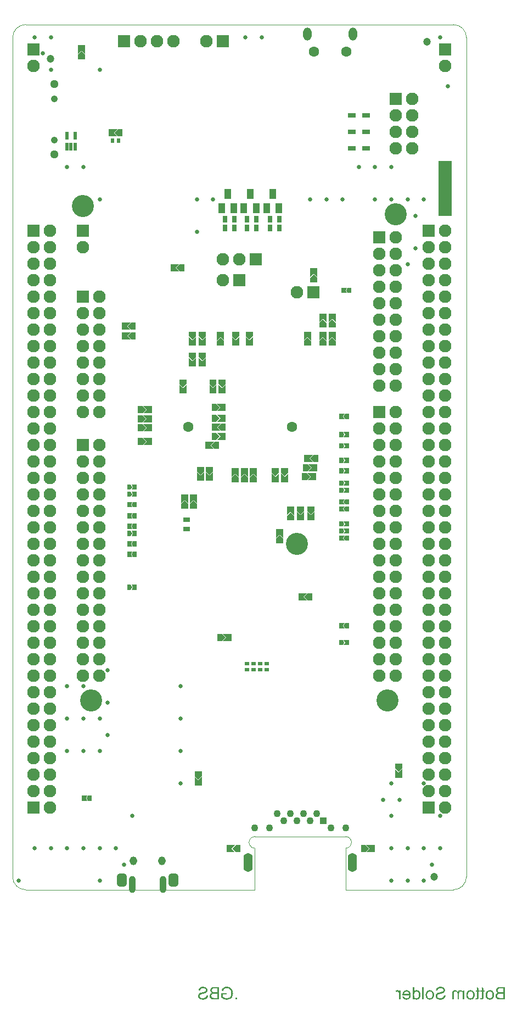
<source format=gbs>
G04 Layer_Color=16711935*
%FSLAX43Y43*%
%MOMM*%
G71*
G01*
G75*
%ADD83C,0.100*%
%ADD84C,0.100*%
%ADD107R,2.000X8.500*%
%ADD109C,1.100*%
%ADD114R,0.740X1.100*%
%ADD115R,0.800X0.610*%
%ADD119C,1.200*%
%ADD153R,0.610X0.800*%
%ADD154R,1.100X0.740*%
%ADD162C,1.600*%
%ADD163O,1.300X2.000*%
%ADD164O,1.150X1.350*%
%ADD165O,1.050X2.625*%
G04:AMPARAMS|DCode=166|XSize=2mm|YSize=1.475mm|CornerRadius=0.394mm|HoleSize=0mm|Usage=FLASHONLY|Rotation=90.000|XOffset=0mm|YOffset=0mm|HoleType=Round|Shape=RoundedRectangle|*
%AMROUNDEDRECTD166*
21,1,2.000,0.688,0,0,90.0*
21,1,1.212,1.475,0,0,90.0*
1,1,0.787,0.344,0.606*
1,1,0.787,0.344,-0.606*
1,1,0.787,-0.344,-0.606*
1,1,0.787,-0.344,0.606*
%
%ADD166ROUNDEDRECTD166*%
%ADD167C,1.070*%
%ADD168C,1.290*%
%ADD169R,1.950X1.950*%
%ADD170C,1.950*%
%ADD171R,1.950X1.950*%
%ADD172O,1.400X2.900*%
%ADD173R,1.100X1.100*%
%ADD174C,3.403*%
%ADD175R,0.500X1.300*%
%ADD176R,1.160X0.640*%
%ADD177R,1.100X1.500*%
%ADD178C,0.653*%
G36*
X46575Y56925D02*
X45475D01*
Y58275D01*
X46025Y57725D01*
Y57725D01*
X46575Y58275D01*
Y56925D01*
D02*
G37*
G36*
X44975Y58375D02*
X44425Y57825D01*
X43875Y58375D01*
Y59075D01*
X44975D01*
Y58375D01*
D02*
G37*
G36*
Y56925D02*
X43875D01*
Y58275D01*
X44425Y57725D01*
Y57725D01*
X44975Y58275D01*
Y56925D01*
D02*
G37*
G36*
X19150Y57225D02*
X18562D01*
X18362Y57625D01*
X18562Y58025D01*
X19150D01*
Y57225D01*
D02*
G37*
G36*
X43425Y57725D02*
X42875Y58275D01*
Y58275D01*
X42325Y57725D01*
Y59075D01*
X43425D01*
Y57725D01*
D02*
G37*
G36*
X27075Y59450D02*
Y58750D01*
X25975D01*
Y59450D01*
X26525Y60000D01*
X27075Y59450D01*
D02*
G37*
G36*
X28475D02*
Y58750D01*
X27375D01*
Y59450D01*
X27925Y60000D01*
X28475Y59450D01*
D02*
G37*
G36*
X51875Y58300D02*
X51287D01*
X51088Y58700D01*
X51287Y59100D01*
X51875D01*
Y58300D01*
D02*
G37*
G36*
X46575Y58375D02*
X46025Y57825D01*
X45475Y58375D01*
Y59075D01*
X46575D01*
Y58375D01*
D02*
G37*
G36*
X50987Y58700D02*
X51188Y58300D01*
X50375D01*
Y59100D01*
X51188D01*
X50987Y58700D01*
D02*
G37*
G36*
X18263Y57625D02*
X18462Y57225D01*
X17650D01*
Y58025D01*
X18462D01*
X18263Y57625D01*
D02*
G37*
G36*
X51162Y55275D02*
X50963Y54875D01*
X50375D01*
Y55675D01*
X50963D01*
X51162Y55275D01*
D02*
G37*
G36*
X51875Y54875D02*
X51062D01*
X51263Y55275D01*
X51062Y55675D01*
X51875D01*
Y54875D01*
D02*
G37*
G36*
X19150Y54500D02*
X18337D01*
X18538Y54900D01*
X18337Y55300D01*
X19150D01*
Y54500D01*
D02*
G37*
G36*
X41775Y54225D02*
X41225Y54775D01*
Y54775D01*
X40675Y54225D01*
Y55575D01*
X41775D01*
Y54225D01*
D02*
G37*
G36*
X18438Y54900D02*
X18237Y54500D01*
X17650D01*
Y55300D01*
X18237D01*
X18438Y54900D01*
D02*
G37*
G36*
X51875Y55975D02*
X51062D01*
X51263Y56375D01*
X51062Y56775D01*
X51875D01*
Y55975D01*
D02*
G37*
G36*
X43425Y57625D02*
Y56925D01*
X42325D01*
Y57625D01*
X42875Y58175D01*
X43425Y57625D01*
D02*
G37*
G36*
X51162Y56375D02*
X50963Y55975D01*
X50375D01*
Y56775D01*
X50963D01*
X51162Y56375D01*
D02*
G37*
G36*
X18263Y56000D02*
X18462Y55600D01*
X17650D01*
Y56400D01*
X18462D01*
X18263Y56000D01*
D02*
G37*
G36*
X19150Y55600D02*
X18562D01*
X18362Y56000D01*
X18562Y56400D01*
X19150D01*
Y55600D01*
D02*
G37*
G36*
X34900Y63525D02*
Y62825D01*
X33800D01*
Y63525D01*
X34350Y64075D01*
X34900Y63525D01*
D02*
G37*
G36*
X36300D02*
Y62825D01*
X35200D01*
Y63525D01*
X35750Y64075D01*
X36300Y63525D01*
D02*
G37*
G36*
X51875Y62275D02*
X51062D01*
X51263Y62675D01*
X51062Y63075D01*
X51875D01*
Y62275D01*
D02*
G37*
G36*
X19150Y61650D02*
X18337D01*
X18538Y62050D01*
X18337Y62450D01*
X19150D01*
Y61650D01*
D02*
G37*
G36*
X51162Y62675D02*
X50963Y62275D01*
X50375D01*
Y63075D01*
X50963D01*
X51162Y62675D01*
D02*
G37*
G36*
X34900Y63625D02*
X34350Y64175D01*
Y64175D01*
X33800Y63625D01*
Y64975D01*
X34900D01*
Y63625D01*
D02*
G37*
G36*
X36300D02*
X35750Y64175D01*
Y64175D01*
X35200Y63625D01*
Y64975D01*
X36300D01*
Y63625D01*
D02*
G37*
G36*
X46800Y63125D02*
X45450D01*
X46000Y63675D01*
X46000D01*
X45450Y64225D01*
X46800D01*
Y63125D01*
D02*
G37*
G36*
X37700Y63525D02*
Y62825D01*
X36600D01*
Y63525D01*
X37150Y64075D01*
X37700Y63525D01*
D02*
G37*
G36*
X45900Y63675D02*
X45350Y63125D01*
X44650D01*
Y64225D01*
X45350D01*
X45900Y63675D01*
D02*
G37*
G36*
X18438Y62050D02*
X18237Y61650D01*
X17650D01*
Y62450D01*
X18237D01*
X18438Y62050D01*
D02*
G37*
G36*
X51875Y59375D02*
X51287D01*
X51088Y59775D01*
X51287Y60175D01*
X51875D01*
Y59375D01*
D02*
G37*
G36*
X27075Y59550D02*
X26525Y60100D01*
Y60100D01*
X25975Y59550D01*
Y60900D01*
X27075D01*
Y59550D01*
D02*
G37*
G36*
X50987Y59775D02*
X51188Y59375D01*
X50375D01*
Y60175D01*
X51188D01*
X50987Y59775D01*
D02*
G37*
G36*
X18263Y59350D02*
X18462Y58950D01*
X17650D01*
Y59750D01*
X18462D01*
X18263Y59350D01*
D02*
G37*
G36*
X19150Y58950D02*
X18562D01*
X18362Y59350D01*
X18562Y59750D01*
X19150D01*
Y58950D01*
D02*
G37*
G36*
X51162Y61575D02*
X50963Y61175D01*
X50375D01*
Y61975D01*
X50963D01*
X51162Y61575D01*
D02*
G37*
G36*
X51875Y61175D02*
X51062D01*
X51263Y61575D01*
X51062Y61975D01*
X51875D01*
Y61175D01*
D02*
G37*
G36*
X19150Y60550D02*
X18337D01*
X18538Y60950D01*
X18337Y61350D01*
X19150D01*
Y60550D01*
D02*
G37*
G36*
X28475Y59550D02*
X27925Y60100D01*
Y60100D01*
X27375Y59550D01*
Y60900D01*
X28475D01*
Y59550D01*
D02*
G37*
G36*
X18438Y60950D02*
X18237Y60550D01*
X17650D01*
Y61350D01*
X18237D01*
X18438Y60950D01*
D02*
G37*
G36*
X51875Y53775D02*
X51287D01*
X51088Y54175D01*
X51287Y54575D01*
X51875D01*
Y53775D01*
D02*
G37*
G36*
X34635Y-16899D02*
X34365D01*
Y-16630D01*
X34635D01*
Y-16899D01*
D02*
G37*
G36*
X33133Y-14950D02*
X33230Y-14964D01*
X33274Y-14972D01*
X33316Y-14983D01*
X33355Y-14992D01*
X33391Y-15003D01*
X33424Y-15014D01*
X33452Y-15025D01*
X33477Y-15036D01*
X33499Y-15044D01*
X33516Y-15053D01*
X33527Y-15058D01*
X33535Y-15061D01*
X33538Y-15064D01*
X33577Y-15089D01*
X33616Y-15114D01*
X33683Y-15172D01*
X33741Y-15230D01*
X33788Y-15292D01*
X33827Y-15344D01*
X33841Y-15367D01*
X33852Y-15389D01*
X33863Y-15405D01*
X33869Y-15417D01*
X33871Y-15425D01*
X33874Y-15428D01*
X33913Y-15519D01*
X33941Y-15611D01*
X33963Y-15700D01*
X33968Y-15741D01*
X33977Y-15780D01*
X33980Y-15816D01*
X33985Y-15847D01*
X33988Y-15877D01*
Y-15902D01*
X33991Y-15922D01*
Y-15936D01*
Y-15947D01*
Y-15950D01*
X33985Y-16052D01*
X33971Y-16149D01*
X33963Y-16194D01*
X33955Y-16235D01*
X33944Y-16277D01*
X33932Y-16313D01*
X33921Y-16347D01*
X33910Y-16374D01*
X33902Y-16402D01*
X33894Y-16421D01*
X33885Y-16441D01*
X33880Y-16452D01*
X33874Y-16460D01*
Y-16463D01*
X33824Y-16544D01*
X33769Y-16613D01*
X33710Y-16674D01*
X33655Y-16724D01*
X33602Y-16763D01*
X33583Y-16777D01*
X33563Y-16791D01*
X33547Y-16799D01*
X33535Y-16807D01*
X33527Y-16810D01*
X33524Y-16813D01*
X33480Y-16835D01*
X33435Y-16852D01*
X33347Y-16882D01*
X33261Y-16902D01*
X33180Y-16918D01*
X33144Y-16921D01*
X33111Y-16927D01*
X33080Y-16930D01*
X33055D01*
X33036Y-16932D01*
X33008D01*
X32930Y-16930D01*
X32855Y-16921D01*
X32786Y-16907D01*
X32725Y-16893D01*
X32700Y-16888D01*
X32675Y-16882D01*
X32653Y-16874D01*
X32633Y-16868D01*
X32619Y-16863D01*
X32608Y-16860D01*
X32603Y-16857D01*
X32600D01*
X32525Y-16827D01*
X32455Y-16791D01*
X32389Y-16752D01*
X32331Y-16716D01*
X32306Y-16699D01*
X32281Y-16682D01*
X32261Y-16669D01*
X32244Y-16657D01*
X32231Y-16646D01*
X32219Y-16638D01*
X32214Y-16635D01*
X32211Y-16632D01*
Y-15919D01*
X33027D01*
Y-16147D01*
X32461D01*
Y-16508D01*
X32494Y-16535D01*
X32533Y-16560D01*
X32575Y-16583D01*
X32614Y-16602D01*
X32647Y-16619D01*
X32678Y-16632D01*
X32689Y-16638D01*
X32694Y-16641D01*
X32700Y-16644D01*
X32703D01*
X32761Y-16663D01*
X32819Y-16680D01*
X32872Y-16691D01*
X32922Y-16696D01*
X32963Y-16702D01*
X32980D01*
X32997Y-16705D01*
X33025D01*
X33094Y-16702D01*
X33161Y-16691D01*
X33222Y-16677D01*
X33277Y-16663D01*
X33322Y-16646D01*
X33341Y-16641D01*
X33355Y-16635D01*
X33369Y-16630D01*
X33377Y-16624D01*
X33383Y-16621D01*
X33385D01*
X33444Y-16585D01*
X33497Y-16546D01*
X33541Y-16505D01*
X33577Y-16463D01*
X33608Y-16424D01*
X33627Y-16394D01*
X33635Y-16383D01*
X33638Y-16374D01*
X33644Y-16369D01*
Y-16366D01*
X33671Y-16297D01*
X33694Y-16224D01*
X33708Y-16152D01*
X33719Y-16083D01*
X33721Y-16052D01*
X33724Y-16024D01*
X33727Y-15997D01*
Y-15975D01*
X33730Y-15958D01*
Y-15944D01*
Y-15936D01*
Y-15933D01*
X33727Y-15855D01*
X33719Y-15786D01*
X33708Y-15719D01*
X33694Y-15661D01*
X33688Y-15636D01*
X33680Y-15614D01*
X33674Y-15594D01*
X33669Y-15578D01*
X33663Y-15564D01*
X33660Y-15555D01*
X33658Y-15550D01*
Y-15547D01*
X33638Y-15508D01*
X33619Y-15472D01*
X33599Y-15439D01*
X33580Y-15411D01*
X33563Y-15389D01*
X33549Y-15369D01*
X33538Y-15358D01*
X33535Y-15355D01*
X33505Y-15325D01*
X33472Y-15297D01*
X33435Y-15275D01*
X33402Y-15253D01*
X33374Y-15239D01*
X33352Y-15225D01*
X33336Y-15219D01*
X33330Y-15217D01*
X33280Y-15197D01*
X33230Y-15183D01*
X33177Y-15175D01*
X33130Y-15167D01*
X33088Y-15164D01*
X33072D01*
X33058Y-15161D01*
X33027D01*
X32975Y-15164D01*
X32925Y-15169D01*
X32880Y-15178D01*
X32841Y-15186D01*
X32808Y-15197D01*
X32783Y-15206D01*
X32769Y-15211D01*
X32764Y-15214D01*
X32722Y-15233D01*
X32686Y-15255D01*
X32653Y-15278D01*
X32628Y-15300D01*
X32608Y-15319D01*
X32591Y-15333D01*
X32583Y-15344D01*
X32580Y-15347D01*
X32555Y-15380D01*
X32536Y-15419D01*
X32517Y-15455D01*
X32500Y-15494D01*
X32489Y-15528D01*
X32480Y-15553D01*
X32478Y-15564D01*
X32475Y-15572D01*
X32472Y-15575D01*
Y-15578D01*
X32242Y-15516D01*
X32261Y-15447D01*
X32286Y-15386D01*
X32311Y-15330D01*
X32333Y-15286D01*
X32355Y-15250D01*
X32372Y-15225D01*
X32383Y-15208D01*
X32389Y-15203D01*
X32428Y-15158D01*
X32469Y-15122D01*
X32514Y-15089D01*
X32555Y-15061D01*
X32594Y-15042D01*
X32625Y-15025D01*
X32636Y-15019D01*
X32644Y-15017D01*
X32650Y-15014D01*
X32653D01*
X32716Y-14992D01*
X32783Y-14975D01*
X32844Y-14961D01*
X32902Y-14953D01*
X32955Y-14947D01*
X32977D01*
X32994Y-14945D01*
X33083D01*
X33133Y-14950D01*
D02*
G37*
G36*
X31847Y-16899D02*
X31115D01*
X31048Y-16896D01*
X30990Y-16893D01*
X30937Y-16888D01*
X30892Y-16882D01*
X30856Y-16877D01*
X30829Y-16874D01*
X30812Y-16868D01*
X30806D01*
X30759Y-16855D01*
X30720Y-16841D01*
X30684Y-16824D01*
X30654Y-16807D01*
X30629Y-16796D01*
X30609Y-16785D01*
X30598Y-16777D01*
X30595Y-16774D01*
X30565Y-16749D01*
X30537Y-16719D01*
X30515Y-16688D01*
X30493Y-16660D01*
X30476Y-16632D01*
X30465Y-16613D01*
X30457Y-16599D01*
X30454Y-16594D01*
X30434Y-16549D01*
X30420Y-16505D01*
X30409Y-16463D01*
X30404Y-16424D01*
X30398Y-16391D01*
X30395Y-16363D01*
Y-16347D01*
Y-16344D01*
Y-16341D01*
X30398Y-16280D01*
X30409Y-16224D01*
X30426Y-16177D01*
X30443Y-16133D01*
X30459Y-16099D01*
X30476Y-16074D01*
X30487Y-16058D01*
X30490Y-16052D01*
X30529Y-16008D01*
X30570Y-15972D01*
X30618Y-15941D01*
X30659Y-15916D01*
X30698Y-15897D01*
X30731Y-15886D01*
X30743Y-15880D01*
X30751Y-15877D01*
X30756Y-15875D01*
X30759D01*
X30712Y-15847D01*
X30670Y-15819D01*
X30637Y-15789D01*
X30609Y-15761D01*
X30587Y-15739D01*
X30570Y-15716D01*
X30562Y-15705D01*
X30559Y-15700D01*
X30537Y-15658D01*
X30520Y-15619D01*
X30507Y-15580D01*
X30498Y-15544D01*
X30493Y-15514D01*
X30490Y-15489D01*
Y-15475D01*
Y-15469D01*
X30493Y-15422D01*
X30501Y-15375D01*
X30515Y-15333D01*
X30529Y-15294D01*
X30543Y-15261D01*
X30557Y-15239D01*
X30565Y-15222D01*
X30568Y-15217D01*
X30598Y-15175D01*
X30631Y-15136D01*
X30668Y-15106D01*
X30701Y-15081D01*
X30729Y-15061D01*
X30754Y-15047D01*
X30770Y-15039D01*
X30773Y-15036D01*
X30776D01*
X30829Y-15017D01*
X30887Y-15003D01*
X30945Y-14992D01*
X31001Y-14986D01*
X31051Y-14981D01*
X31073D01*
X31092Y-14978D01*
X31847D01*
Y-16899D01*
D02*
G37*
G36*
X69117Y-15478D02*
X69164Y-15486D01*
X69205Y-15494D01*
X69241Y-15505D01*
X69272Y-15519D01*
X69294Y-15528D01*
X69308Y-15536D01*
X69314Y-15539D01*
X69352Y-15564D01*
X69386Y-15591D01*
X69416Y-15619D01*
X69441Y-15647D01*
X69461Y-15669D01*
X69477Y-15689D01*
X69486Y-15700D01*
X69489Y-15705D01*
Y-15505D01*
X69700D01*
Y-16899D01*
X69464D01*
Y-16177D01*
X69461Y-16111D01*
X69458Y-16052D01*
X69452Y-16002D01*
X69444Y-15961D01*
X69436Y-15930D01*
X69430Y-15908D01*
X69427Y-15894D01*
X69425Y-15888D01*
X69408Y-15852D01*
X69389Y-15822D01*
X69369Y-15794D01*
X69350Y-15772D01*
X69330Y-15755D01*
X69316Y-15744D01*
X69305Y-15736D01*
X69303Y-15733D01*
X69269Y-15716D01*
X69239Y-15702D01*
X69205Y-15694D01*
X69178Y-15686D01*
X69155Y-15683D01*
X69136Y-15680D01*
X69119D01*
X69072Y-15683D01*
X69033Y-15691D01*
X69000Y-15705D01*
X68975Y-15719D01*
X68955Y-15736D01*
X68942Y-15747D01*
X68933Y-15758D01*
X68930Y-15761D01*
X68911Y-15794D01*
X68897Y-15830D01*
X68886Y-15869D01*
X68881Y-15908D01*
X68875Y-15941D01*
X68872Y-15972D01*
Y-15983D01*
Y-15988D01*
Y-15994D01*
Y-15997D01*
Y-16899D01*
X68636D01*
Y-16091D01*
X68631Y-16016D01*
X68620Y-15952D01*
X68606Y-15900D01*
X68586Y-15855D01*
X68570Y-15822D01*
X68553Y-15800D01*
X68542Y-15786D01*
X68539Y-15780D01*
X68500Y-15747D01*
X68459Y-15722D01*
X68417Y-15705D01*
X68378Y-15691D01*
X68345Y-15686D01*
X68317Y-15683D01*
X68306Y-15680D01*
X68292D01*
X68261Y-15683D01*
X68236Y-15686D01*
X68211Y-15691D01*
X68192Y-15700D01*
X68173Y-15708D01*
X68161Y-15714D01*
X68153Y-15716D01*
X68150Y-15719D01*
X68128Y-15736D01*
X68112Y-15752D01*
X68098Y-15769D01*
X68087Y-15786D01*
X68078Y-15800D01*
X68073Y-15811D01*
X68067Y-15819D01*
Y-15822D01*
X68059Y-15847D01*
X68053Y-15880D01*
X68050Y-15913D01*
X68048Y-15947D01*
X68045Y-15977D01*
Y-16002D01*
Y-16019D01*
Y-16022D01*
Y-16024D01*
Y-16899D01*
X67809D01*
Y-15944D01*
Y-15900D01*
X67814Y-15861D01*
X67820Y-15822D01*
X67826Y-15789D01*
X67834Y-15755D01*
X67845Y-15727D01*
X67853Y-15702D01*
X67864Y-15677D01*
X67876Y-15658D01*
X67884Y-15639D01*
X67903Y-15614D01*
X67914Y-15597D01*
X67920Y-15591D01*
X67964Y-15553D01*
X68017Y-15525D01*
X68070Y-15503D01*
X68120Y-15489D01*
X68167Y-15480D01*
X68186Y-15478D01*
X68206D01*
X68220Y-15475D01*
X68239D01*
X68289Y-15478D01*
X68334Y-15486D01*
X68378Y-15497D01*
X68420Y-15514D01*
X68459Y-15533D01*
X68495Y-15553D01*
X68525Y-15575D01*
X68556Y-15597D01*
X68583Y-15622D01*
X68606Y-15644D01*
X68625Y-15664D01*
X68642Y-15683D01*
X68656Y-15700D01*
X68664Y-15711D01*
X68670Y-15719D01*
X68672Y-15722D01*
X68689Y-15680D01*
X68711Y-15644D01*
X68736Y-15614D01*
X68758Y-15589D01*
X68781Y-15566D01*
X68797Y-15553D01*
X68808Y-15544D01*
X68814Y-15541D01*
X68853Y-15519D01*
X68894Y-15503D01*
X68936Y-15491D01*
X68978Y-15483D01*
X69011Y-15478D01*
X69042Y-15475D01*
X69067D01*
X69117Y-15478D01*
D02*
G37*
G36*
X29457Y-14947D02*
X29521Y-14956D01*
X29582Y-14967D01*
X29635Y-14978D01*
X29676Y-14989D01*
X29696Y-14995D01*
X29710Y-15000D01*
X29721Y-15006D01*
X29729Y-15008D01*
X29735Y-15011D01*
X29738D01*
X29793Y-15039D01*
X29843Y-15069D01*
X29885Y-15103D01*
X29918Y-15133D01*
X29943Y-15161D01*
X29962Y-15183D01*
X29976Y-15200D01*
X29979Y-15203D01*
Y-15206D01*
X30007Y-15253D01*
X30026Y-15300D01*
X30040Y-15347D01*
X30048Y-15389D01*
X30054Y-15425D01*
X30060Y-15453D01*
Y-15464D01*
Y-15472D01*
Y-15475D01*
Y-15478D01*
X30057Y-15525D01*
X30048Y-15569D01*
X30037Y-15611D01*
X30026Y-15647D01*
X30015Y-15675D01*
X30004Y-15697D01*
X29996Y-15711D01*
X29993Y-15716D01*
X29965Y-15755D01*
X29932Y-15791D01*
X29899Y-15822D01*
X29865Y-15847D01*
X29837Y-15869D01*
X29812Y-15883D01*
X29796Y-15894D01*
X29793Y-15897D01*
X29790D01*
X29768Y-15908D01*
X29743Y-15919D01*
X29688Y-15938D01*
X29624Y-15958D01*
X29563Y-15977D01*
X29507Y-15994D01*
X29482Y-16000D01*
X29460Y-16005D01*
X29443Y-16011D01*
X29429Y-16013D01*
X29421Y-16016D01*
X29418D01*
X29371Y-16027D01*
X29327Y-16038D01*
X29288Y-16049D01*
X29254Y-16058D01*
X29221Y-16066D01*
X29193Y-16074D01*
X29168Y-16080D01*
X29149Y-16088D01*
X29130Y-16094D01*
X29116Y-16097D01*
X29093Y-16105D01*
X29080Y-16108D01*
X29077Y-16111D01*
X29035Y-16127D01*
X28999Y-16147D01*
X28969Y-16166D01*
X28946Y-16183D01*
X28927Y-16199D01*
X28916Y-16211D01*
X28907Y-16219D01*
X28905Y-16222D01*
X28885Y-16247D01*
X28871Y-16274D01*
X28863Y-16302D01*
X28855Y-16324D01*
X28852Y-16347D01*
X28849Y-16363D01*
Y-16377D01*
Y-16380D01*
X28852Y-16413D01*
X28857Y-16444D01*
X28866Y-16471D01*
X28877Y-16494D01*
X28888Y-16516D01*
X28896Y-16530D01*
X28902Y-16541D01*
X28905Y-16544D01*
X28927Y-16571D01*
X28955Y-16594D01*
X28982Y-16613D01*
X29007Y-16632D01*
X29032Y-16644D01*
X29052Y-16655D01*
X29066Y-16660D01*
X29071Y-16663D01*
X29113Y-16677D01*
X29157Y-16688D01*
X29202Y-16694D01*
X29241Y-16699D01*
X29274Y-16702D01*
X29302Y-16705D01*
X29327D01*
X29388Y-16702D01*
X29443Y-16696D01*
X29493Y-16688D01*
X29538Y-16677D01*
X29574Y-16666D01*
X29601Y-16657D01*
X29610Y-16655D01*
X29618Y-16652D01*
X29621Y-16649D01*
X29624D01*
X29668Y-16627D01*
X29710Y-16602D01*
X29740Y-16577D01*
X29768Y-16552D01*
X29790Y-16533D01*
X29804Y-16513D01*
X29812Y-16502D01*
X29815Y-16499D01*
X29835Y-16463D01*
X29854Y-16424D01*
X29865Y-16383D01*
X29876Y-16347D01*
X29885Y-16310D01*
X29890Y-16285D01*
Y-16274D01*
X29893Y-16266D01*
Y-16263D01*
Y-16260D01*
X30132Y-16283D01*
X30126Y-16352D01*
X30115Y-16419D01*
X30098Y-16477D01*
X30079Y-16530D01*
X30060Y-16571D01*
X30051Y-16588D01*
X30046Y-16602D01*
X30037Y-16613D01*
X30035Y-16621D01*
X30029Y-16627D01*
Y-16630D01*
X29987Y-16682D01*
X29943Y-16730D01*
X29896Y-16769D01*
X29851Y-16802D01*
X29812Y-16827D01*
X29779Y-16843D01*
X29768Y-16849D01*
X29760Y-16855D01*
X29754Y-16857D01*
X29751D01*
X29682Y-16882D01*
X29610Y-16902D01*
X29538Y-16913D01*
X29468Y-16924D01*
X29435Y-16927D01*
X29407Y-16930D01*
X29382D01*
X29360Y-16932D01*
X29316D01*
X29241Y-16930D01*
X29171Y-16921D01*
X29107Y-16907D01*
X29055Y-16893D01*
X29010Y-16882D01*
X28991Y-16874D01*
X28974Y-16868D01*
X28963Y-16863D01*
X28955Y-16860D01*
X28949Y-16857D01*
X28946D01*
X28888Y-16827D01*
X28838Y-16794D01*
X28794Y-16757D01*
X28758Y-16724D01*
X28730Y-16696D01*
X28710Y-16671D01*
X28696Y-16655D01*
X28694Y-16652D01*
Y-16649D01*
X28663Y-16596D01*
X28641Y-16546D01*
X28627Y-16499D01*
X28616Y-16455D01*
X28610Y-16416D01*
X28605Y-16385D01*
Y-16374D01*
Y-16366D01*
Y-16363D01*
Y-16360D01*
X28608Y-16305D01*
X28616Y-16252D01*
X28630Y-16205D01*
X28644Y-16166D01*
X28660Y-16133D01*
X28671Y-16108D01*
X28683Y-16094D01*
X28685Y-16088D01*
X28719Y-16047D01*
X28758Y-16008D01*
X28799Y-15975D01*
X28841Y-15944D01*
X28877Y-15922D01*
X28907Y-15905D01*
X28919Y-15900D01*
X28927Y-15894D01*
X28932Y-15891D01*
X28935D01*
X28957Y-15880D01*
X28985Y-15872D01*
X29016Y-15861D01*
X29049Y-15850D01*
X29118Y-15830D01*
X29191Y-15811D01*
X29224Y-15802D01*
X29254Y-15794D01*
X29285Y-15786D01*
X29310Y-15780D01*
X29329Y-15775D01*
X29346Y-15772D01*
X29357Y-15769D01*
X29360D01*
X29415Y-15755D01*
X29465Y-15744D01*
X29510Y-15730D01*
X29549Y-15719D01*
X29585Y-15705D01*
X29615Y-15694D01*
X29643Y-15683D01*
X29668Y-15675D01*
X29688Y-15664D01*
X29704Y-15655D01*
X29715Y-15650D01*
X29726Y-15641D01*
X29740Y-15633D01*
X29743Y-15630D01*
X29768Y-15603D01*
X29785Y-15575D01*
X29799Y-15547D01*
X29807Y-15519D01*
X29812Y-15497D01*
X29815Y-15478D01*
Y-15466D01*
Y-15461D01*
X29810Y-15417D01*
X29799Y-15378D01*
X29782Y-15344D01*
X29763Y-15314D01*
X29746Y-15292D01*
X29729Y-15272D01*
X29718Y-15261D01*
X29713Y-15258D01*
X29690Y-15244D01*
X29668Y-15230D01*
X29615Y-15208D01*
X29560Y-15194D01*
X29504Y-15183D01*
X29454Y-15178D01*
X29432Y-15175D01*
X29415Y-15172D01*
X29377D01*
X29299Y-15175D01*
X29229Y-15186D01*
X29174Y-15203D01*
X29127Y-15219D01*
X29091Y-15236D01*
X29063Y-15253D01*
X29049Y-15264D01*
X29043Y-15267D01*
X29005Y-15305D01*
X28974Y-15347D01*
X28949Y-15392D01*
X28932Y-15436D01*
X28921Y-15478D01*
X28913Y-15508D01*
X28910Y-15522D01*
X28907Y-15530D01*
Y-15536D01*
Y-15539D01*
X28663Y-15519D01*
X28669Y-15458D01*
X28683Y-15403D01*
X28696Y-15350D01*
X28716Y-15305D01*
X28733Y-15269D01*
X28746Y-15242D01*
X28752Y-15233D01*
X28758Y-15225D01*
X28760Y-15222D01*
Y-15219D01*
X28796Y-15172D01*
X28835Y-15131D01*
X28877Y-15094D01*
X28919Y-15067D01*
X28955Y-15042D01*
X28982Y-15028D01*
X28993Y-15022D01*
X29002Y-15017D01*
X29007Y-15014D01*
X29010D01*
X29071Y-14992D01*
X29138Y-14975D01*
X29199Y-14961D01*
X29257Y-14953D01*
X29310Y-14947D01*
X29329D01*
X29349Y-14945D01*
X29385D01*
X29457Y-14947D01*
D02*
G37*
G36*
X55900Y5800D02*
X54550D01*
X55100Y6350D01*
X55100D01*
X54550Y6900D01*
X55900D01*
Y5800D01*
D02*
G37*
G36*
X11312Y14125D02*
X11512Y13725D01*
X10700D01*
Y14525D01*
X11512D01*
X11312Y14125D01*
D02*
G37*
G36*
X55000Y6350D02*
X54450Y5800D01*
X53750D01*
Y6900D01*
X54450D01*
X55000Y6350D01*
D02*
G37*
G36*
X33775D02*
X33775D01*
X34325Y5800D01*
X32975D01*
Y6900D01*
X34325D01*
X33775Y6350D01*
D02*
G37*
G36*
X35125Y5800D02*
X34425D01*
X33875Y6350D01*
X34425Y6900D01*
X35125D01*
Y5800D01*
D02*
G37*
G36*
X72645Y-15161D02*
Y-15505D01*
X72820D01*
Y-15689D01*
X72645D01*
Y-16494D01*
Y-16533D01*
Y-16566D01*
X72642Y-16596D01*
X72640Y-16627D01*
Y-16652D01*
X72637Y-16674D01*
X72631Y-16710D01*
X72626Y-16738D01*
X72623Y-16757D01*
X72617Y-16769D01*
Y-16771D01*
X72606Y-16796D01*
X72590Y-16816D01*
X72573Y-16835D01*
X72559Y-16849D01*
X72542Y-16863D01*
X72531Y-16871D01*
X72523Y-16877D01*
X72520Y-16880D01*
X72490Y-16893D01*
X72459Y-16902D01*
X72426Y-16910D01*
X72392Y-16913D01*
X72365Y-16916D01*
X72342Y-16918D01*
X72320D01*
X72259Y-16916D01*
X72229Y-16913D01*
X72201Y-16907D01*
X72176Y-16905D01*
X72156Y-16902D01*
X72145Y-16899D01*
X72140D01*
X72170Y-16691D01*
X72193Y-16694D01*
X72215Y-16696D01*
X72234D01*
X72248Y-16699D01*
X72276D01*
X72312Y-16696D01*
X72337Y-16691D01*
X72351Y-16685D01*
X72356Y-16682D01*
X72376Y-16669D01*
X72387Y-16655D01*
X72395Y-16644D01*
X72398Y-16638D01*
X72401Y-16624D01*
X72404Y-16605D01*
X72406Y-16560D01*
X72409Y-16541D01*
Y-16524D01*
Y-16513D01*
Y-16508D01*
Y-15689D01*
X72170D01*
Y-15505D01*
X72409D01*
Y-15019D01*
X72645Y-15161D01*
D02*
G37*
G36*
X70674Y-15478D02*
X70718Y-15480D01*
X70804Y-15500D01*
X70879Y-15525D01*
X70913Y-15539D01*
X70943Y-15553D01*
X70971Y-15566D01*
X70993Y-15580D01*
X71015Y-15594D01*
X71032Y-15605D01*
X71046Y-15616D01*
X71057Y-15625D01*
X71063Y-15627D01*
X71065Y-15630D01*
X71104Y-15666D01*
X71135Y-15708D01*
X71165Y-15752D01*
X71188Y-15797D01*
X71210Y-15844D01*
X71226Y-15894D01*
X71240Y-15941D01*
X71251Y-15986D01*
X71263Y-16030D01*
X71268Y-16069D01*
X71274Y-16108D01*
X71276Y-16138D01*
Y-16166D01*
X71279Y-16186D01*
Y-16197D01*
Y-16202D01*
X71276Y-16266D01*
X71271Y-16327D01*
X71263Y-16383D01*
X71251Y-16435D01*
X71238Y-16483D01*
X71224Y-16527D01*
X71207Y-16569D01*
X71190Y-16605D01*
X71174Y-16638D01*
X71157Y-16666D01*
X71143Y-16688D01*
X71129Y-16707D01*
X71118Y-16724D01*
X71110Y-16735D01*
X71104Y-16741D01*
X71102Y-16744D01*
X71065Y-16777D01*
X71029Y-16805D01*
X70990Y-16830D01*
X70952Y-16852D01*
X70913Y-16868D01*
X70871Y-16885D01*
X70796Y-16907D01*
X70763Y-16913D01*
X70729Y-16918D01*
X70702Y-16924D01*
X70677Y-16927D01*
X70655Y-16930D01*
X70627D01*
X70560Y-16927D01*
X70499Y-16916D01*
X70441Y-16902D01*
X70394Y-16888D01*
X70352Y-16871D01*
X70335Y-16866D01*
X70321Y-16860D01*
X70308Y-16855D01*
X70299Y-16849D01*
X70296Y-16846D01*
X70294D01*
X70238Y-16810D01*
X70191Y-16771D01*
X70149Y-16732D01*
X70116Y-16694D01*
X70091Y-16660D01*
X70072Y-16632D01*
X70066Y-16621D01*
X70060Y-16613D01*
X70058Y-16610D01*
Y-16608D01*
X70030Y-16544D01*
X70010Y-16474D01*
X69994Y-16405D01*
X69985Y-16335D01*
X69980Y-16305D01*
Y-16277D01*
X69977Y-16249D01*
X69974Y-16227D01*
Y-16208D01*
Y-16194D01*
Y-16186D01*
Y-16183D01*
X69977Y-16122D01*
X69983Y-16066D01*
X69991Y-16013D01*
X70002Y-15963D01*
X70016Y-15916D01*
X70033Y-15875D01*
X70049Y-15833D01*
X70066Y-15800D01*
X70083Y-15769D01*
X70099Y-15741D01*
X70116Y-15716D01*
X70130Y-15697D01*
X70141Y-15683D01*
X70149Y-15672D01*
X70155Y-15666D01*
X70158Y-15664D01*
X70194Y-15630D01*
X70230Y-15603D01*
X70269Y-15575D01*
X70308Y-15555D01*
X70346Y-15536D01*
X70385Y-15522D01*
X70460Y-15497D01*
X70496Y-15491D01*
X70527Y-15486D01*
X70555Y-15480D01*
X70580Y-15478D01*
X70599Y-15475D01*
X70627D01*
X70674Y-15478D01*
D02*
G37*
G36*
X73661D02*
X73706Y-15480D01*
X73792Y-15500D01*
X73867Y-15525D01*
X73900Y-15539D01*
X73930Y-15553D01*
X73958Y-15566D01*
X73980Y-15580D01*
X74003Y-15594D01*
X74019Y-15605D01*
X74033Y-15616D01*
X74044Y-15625D01*
X74050Y-15627D01*
X74053Y-15630D01*
X74091Y-15666D01*
X74122Y-15708D01*
X74153Y-15752D01*
X74175Y-15797D01*
X74197Y-15844D01*
X74214Y-15894D01*
X74228Y-15941D01*
X74239Y-15986D01*
X74250Y-16030D01*
X74255Y-16069D01*
X74261Y-16108D01*
X74264Y-16138D01*
Y-16166D01*
X74266Y-16186D01*
Y-16197D01*
Y-16202D01*
X74264Y-16266D01*
X74258Y-16327D01*
X74250Y-16383D01*
X74239Y-16435D01*
X74225Y-16483D01*
X74211Y-16527D01*
X74194Y-16569D01*
X74178Y-16605D01*
X74161Y-16638D01*
X74144Y-16666D01*
X74130Y-16688D01*
X74116Y-16707D01*
X74105Y-16724D01*
X74097Y-16735D01*
X74091Y-16741D01*
X74089Y-16744D01*
X74053Y-16777D01*
X74017Y-16805D01*
X73978Y-16830D01*
X73939Y-16852D01*
X73900Y-16868D01*
X73858Y-16885D01*
X73783Y-16907D01*
X73750Y-16913D01*
X73717Y-16918D01*
X73689Y-16924D01*
X73664Y-16927D01*
X73642Y-16930D01*
X73614D01*
X73547Y-16927D01*
X73486Y-16916D01*
X73428Y-16902D01*
X73381Y-16888D01*
X73339Y-16871D01*
X73322Y-16866D01*
X73309Y-16860D01*
X73295Y-16855D01*
X73286Y-16849D01*
X73284Y-16846D01*
X73281D01*
X73225Y-16810D01*
X73178Y-16771D01*
X73136Y-16732D01*
X73103Y-16694D01*
X73078Y-16660D01*
X73059Y-16632D01*
X73053Y-16621D01*
X73048Y-16613D01*
X73045Y-16610D01*
Y-16608D01*
X73017Y-16544D01*
X72998Y-16474D01*
X72981Y-16405D01*
X72973Y-16335D01*
X72967Y-16305D01*
Y-16277D01*
X72964Y-16249D01*
X72962Y-16227D01*
Y-16208D01*
Y-16194D01*
Y-16186D01*
Y-16183D01*
X72964Y-16122D01*
X72970Y-16066D01*
X72978Y-16013D01*
X72989Y-15963D01*
X73003Y-15916D01*
X73020Y-15875D01*
X73037Y-15833D01*
X73053Y-15800D01*
X73070Y-15769D01*
X73087Y-15741D01*
X73103Y-15716D01*
X73117Y-15697D01*
X73128Y-15683D01*
X73136Y-15672D01*
X73142Y-15666D01*
X73145Y-15664D01*
X73181Y-15630D01*
X73217Y-15603D01*
X73256Y-15575D01*
X73295Y-15555D01*
X73334Y-15536D01*
X73372Y-15522D01*
X73447Y-15497D01*
X73483Y-15491D01*
X73514Y-15486D01*
X73542Y-15480D01*
X73567Y-15478D01*
X73586Y-15475D01*
X73614D01*
X73661Y-15478D01*
D02*
G37*
G36*
X64405D02*
X64450Y-15480D01*
X64536Y-15500D01*
X64611Y-15525D01*
X64644Y-15539D01*
X64675Y-15553D01*
X64702Y-15566D01*
X64725Y-15580D01*
X64747Y-15594D01*
X64763Y-15605D01*
X64777Y-15616D01*
X64788Y-15625D01*
X64794Y-15627D01*
X64797Y-15630D01*
X64836Y-15666D01*
X64866Y-15708D01*
X64897Y-15752D01*
X64919Y-15797D01*
X64941Y-15844D01*
X64958Y-15894D01*
X64972Y-15941D01*
X64983Y-15986D01*
X64994Y-16030D01*
X64999Y-16069D01*
X65005Y-16108D01*
X65008Y-16138D01*
Y-16166D01*
X65010Y-16186D01*
Y-16197D01*
Y-16202D01*
X65008Y-16266D01*
X65002Y-16327D01*
X64994Y-16383D01*
X64983Y-16435D01*
X64969Y-16483D01*
X64955Y-16527D01*
X64938Y-16569D01*
X64922Y-16605D01*
X64905Y-16638D01*
X64888Y-16666D01*
X64874Y-16688D01*
X64861Y-16707D01*
X64849Y-16724D01*
X64841Y-16735D01*
X64836Y-16741D01*
X64833Y-16744D01*
X64797Y-16777D01*
X64761Y-16805D01*
X64722Y-16830D01*
X64683Y-16852D01*
X64644Y-16868D01*
X64602Y-16885D01*
X64527Y-16907D01*
X64494Y-16913D01*
X64461Y-16918D01*
X64433Y-16924D01*
X64408Y-16927D01*
X64386Y-16930D01*
X64358D01*
X64291Y-16927D01*
X64230Y-16916D01*
X64172Y-16902D01*
X64125Y-16888D01*
X64083Y-16871D01*
X64067Y-16866D01*
X64053Y-16860D01*
X64039Y-16855D01*
X64030Y-16849D01*
X64028Y-16846D01*
X64025D01*
X63969Y-16810D01*
X63922Y-16771D01*
X63881Y-16732D01*
X63847Y-16694D01*
X63822Y-16660D01*
X63803Y-16632D01*
X63797Y-16621D01*
X63792Y-16613D01*
X63789Y-16610D01*
Y-16608D01*
X63761Y-16544D01*
X63742Y-16474D01*
X63725Y-16405D01*
X63717Y-16335D01*
X63711Y-16305D01*
Y-16277D01*
X63708Y-16249D01*
X63706Y-16227D01*
Y-16208D01*
Y-16194D01*
Y-16186D01*
Y-16183D01*
X63708Y-16122D01*
X63714Y-16066D01*
X63722Y-16013D01*
X63733Y-15963D01*
X63747Y-15916D01*
X63764Y-15875D01*
X63781Y-15833D01*
X63797Y-15800D01*
X63814Y-15769D01*
X63831Y-15741D01*
X63847Y-15716D01*
X63861Y-15697D01*
X63872Y-15683D01*
X63881Y-15672D01*
X63886Y-15666D01*
X63889Y-15664D01*
X63925Y-15630D01*
X63961Y-15603D01*
X64000Y-15575D01*
X64039Y-15555D01*
X64078Y-15536D01*
X64117Y-15522D01*
X64191Y-15497D01*
X64228Y-15491D01*
X64258Y-15486D01*
X64286Y-15480D01*
X64311Y-15478D01*
X64330Y-15475D01*
X64358D01*
X64405Y-15478D01*
D02*
G37*
G36*
X66093Y-14947D02*
X66157Y-14956D01*
X66218Y-14967D01*
X66271Y-14978D01*
X66313Y-14989D01*
X66332Y-14995D01*
X66346Y-15000D01*
X66357Y-15006D01*
X66365Y-15008D01*
X66371Y-15011D01*
X66374D01*
X66429Y-15039D01*
X66479Y-15069D01*
X66521Y-15103D01*
X66554Y-15133D01*
X66579Y-15161D01*
X66598Y-15183D01*
X66612Y-15200D01*
X66615Y-15203D01*
Y-15206D01*
X66643Y-15253D01*
X66662Y-15300D01*
X66676Y-15347D01*
X66685Y-15389D01*
X66690Y-15425D01*
X66696Y-15453D01*
Y-15464D01*
Y-15472D01*
Y-15475D01*
Y-15478D01*
X66693Y-15525D01*
X66685Y-15569D01*
X66673Y-15611D01*
X66662Y-15647D01*
X66651Y-15675D01*
X66640Y-15697D01*
X66632Y-15711D01*
X66629Y-15716D01*
X66601Y-15755D01*
X66568Y-15791D01*
X66535Y-15822D01*
X66501Y-15847D01*
X66474Y-15869D01*
X66449Y-15883D01*
X66432Y-15894D01*
X66429Y-15897D01*
X66426D01*
X66404Y-15908D01*
X66379Y-15919D01*
X66324Y-15938D01*
X66260Y-15958D01*
X66199Y-15977D01*
X66143Y-15994D01*
X66118Y-16000D01*
X66096Y-16005D01*
X66079Y-16011D01*
X66065Y-16013D01*
X66057Y-16016D01*
X66054D01*
X66007Y-16027D01*
X65963Y-16038D01*
X65924Y-16049D01*
X65891Y-16058D01*
X65857Y-16066D01*
X65829Y-16074D01*
X65804Y-16080D01*
X65785Y-16088D01*
X65766Y-16094D01*
X65752Y-16097D01*
X65730Y-16105D01*
X65716Y-16108D01*
X65713Y-16111D01*
X65671Y-16127D01*
X65635Y-16147D01*
X65605Y-16166D01*
X65582Y-16183D01*
X65563Y-16199D01*
X65552Y-16211D01*
X65544Y-16219D01*
X65541Y-16222D01*
X65521Y-16247D01*
X65507Y-16274D01*
X65499Y-16302D01*
X65491Y-16324D01*
X65488Y-16347D01*
X65485Y-16363D01*
Y-16377D01*
Y-16380D01*
X65488Y-16413D01*
X65494Y-16444D01*
X65502Y-16471D01*
X65513Y-16494D01*
X65524Y-16516D01*
X65532Y-16530D01*
X65538Y-16541D01*
X65541Y-16544D01*
X65563Y-16571D01*
X65591Y-16594D01*
X65618Y-16613D01*
X65643Y-16632D01*
X65668Y-16644D01*
X65688Y-16655D01*
X65702Y-16660D01*
X65707Y-16663D01*
X65749Y-16677D01*
X65793Y-16688D01*
X65838Y-16694D01*
X65877Y-16699D01*
X65910Y-16702D01*
X65938Y-16705D01*
X65963D01*
X66024Y-16702D01*
X66079Y-16696D01*
X66129Y-16688D01*
X66174Y-16677D01*
X66210Y-16666D01*
X66238Y-16657D01*
X66246Y-16655D01*
X66254Y-16652D01*
X66257Y-16649D01*
X66260D01*
X66304Y-16627D01*
X66346Y-16602D01*
X66376Y-16577D01*
X66404Y-16552D01*
X66426Y-16533D01*
X66440Y-16513D01*
X66449Y-16502D01*
X66451Y-16499D01*
X66471Y-16463D01*
X66490Y-16424D01*
X66501Y-16383D01*
X66512Y-16347D01*
X66521Y-16310D01*
X66526Y-16285D01*
Y-16274D01*
X66529Y-16266D01*
Y-16263D01*
Y-16260D01*
X66768Y-16283D01*
X66762Y-16352D01*
X66751Y-16419D01*
X66734Y-16477D01*
X66715Y-16530D01*
X66696Y-16571D01*
X66687Y-16588D01*
X66682Y-16602D01*
X66673Y-16613D01*
X66671Y-16621D01*
X66665Y-16627D01*
Y-16630D01*
X66623Y-16682D01*
X66579Y-16730D01*
X66532Y-16769D01*
X66487Y-16802D01*
X66449Y-16827D01*
X66415Y-16843D01*
X66404Y-16849D01*
X66396Y-16855D01*
X66390Y-16857D01*
X66387D01*
X66318Y-16882D01*
X66246Y-16902D01*
X66174Y-16913D01*
X66104Y-16924D01*
X66071Y-16927D01*
X66043Y-16930D01*
X66018D01*
X65996Y-16932D01*
X65952D01*
X65877Y-16930D01*
X65807Y-16921D01*
X65743Y-16907D01*
X65691Y-16893D01*
X65646Y-16882D01*
X65627Y-16874D01*
X65610Y-16868D01*
X65599Y-16863D01*
X65591Y-16860D01*
X65585Y-16857D01*
X65582D01*
X65524Y-16827D01*
X65474Y-16794D01*
X65430Y-16757D01*
X65394Y-16724D01*
X65366Y-16696D01*
X65346Y-16671D01*
X65333Y-16655D01*
X65330Y-16652D01*
Y-16649D01*
X65299Y-16596D01*
X65277Y-16546D01*
X65263Y-16499D01*
X65252Y-16455D01*
X65246Y-16416D01*
X65241Y-16385D01*
Y-16374D01*
Y-16366D01*
Y-16363D01*
Y-16360D01*
X65244Y-16305D01*
X65252Y-16252D01*
X65266Y-16205D01*
X65280Y-16166D01*
X65296Y-16133D01*
X65308Y-16108D01*
X65319Y-16094D01*
X65321Y-16088D01*
X65355Y-16047D01*
X65394Y-16008D01*
X65435Y-15975D01*
X65477Y-15944D01*
X65513Y-15922D01*
X65544Y-15905D01*
X65555Y-15900D01*
X65563Y-15894D01*
X65568Y-15891D01*
X65571D01*
X65593Y-15880D01*
X65621Y-15872D01*
X65652Y-15861D01*
X65685Y-15850D01*
X65755Y-15830D01*
X65827Y-15811D01*
X65860Y-15802D01*
X65891Y-15794D01*
X65921Y-15786D01*
X65946Y-15780D01*
X65965Y-15775D01*
X65982Y-15772D01*
X65993Y-15769D01*
X65996D01*
X66052Y-15755D01*
X66102Y-15744D01*
X66146Y-15730D01*
X66185Y-15719D01*
X66221Y-15705D01*
X66251Y-15694D01*
X66279Y-15683D01*
X66304Y-15675D01*
X66324Y-15664D01*
X66340Y-15655D01*
X66351Y-15650D01*
X66362Y-15641D01*
X66376Y-15633D01*
X66379Y-15630D01*
X66404Y-15603D01*
X66421Y-15575D01*
X66435Y-15547D01*
X66443Y-15519D01*
X66449Y-15497D01*
X66451Y-15478D01*
Y-15466D01*
Y-15461D01*
X66446Y-15417D01*
X66435Y-15378D01*
X66418Y-15344D01*
X66399Y-15314D01*
X66382Y-15292D01*
X66365Y-15272D01*
X66354Y-15261D01*
X66349Y-15258D01*
X66326Y-15244D01*
X66304Y-15230D01*
X66251Y-15208D01*
X66196Y-15194D01*
X66140Y-15183D01*
X66090Y-15178D01*
X66068Y-15175D01*
X66052Y-15172D01*
X66013D01*
X65935Y-15175D01*
X65866Y-15186D01*
X65810Y-15203D01*
X65763Y-15219D01*
X65727Y-15236D01*
X65699Y-15253D01*
X65685Y-15264D01*
X65680Y-15267D01*
X65641Y-15305D01*
X65610Y-15347D01*
X65585Y-15392D01*
X65568Y-15436D01*
X65557Y-15478D01*
X65549Y-15508D01*
X65546Y-15522D01*
X65544Y-15530D01*
Y-15536D01*
Y-15539D01*
X65299Y-15519D01*
X65305Y-15458D01*
X65319Y-15403D01*
X65333Y-15350D01*
X65352Y-15305D01*
X65369Y-15269D01*
X65382Y-15242D01*
X65388Y-15233D01*
X65394Y-15225D01*
X65396Y-15222D01*
Y-15219D01*
X65432Y-15172D01*
X65471Y-15131D01*
X65513Y-15094D01*
X65555Y-15067D01*
X65591Y-15042D01*
X65618Y-15028D01*
X65630Y-15022D01*
X65638Y-15017D01*
X65643Y-15014D01*
X65646D01*
X65707Y-14992D01*
X65774Y-14975D01*
X65835Y-14961D01*
X65893Y-14953D01*
X65946Y-14947D01*
X65965D01*
X65985Y-14945D01*
X66021D01*
X66093Y-14947D01*
D02*
G37*
G36*
X61948Y-15666D02*
X61973Y-15636D01*
X62001Y-15611D01*
X62026Y-15586D01*
X62054Y-15566D01*
X62076Y-15553D01*
X62093Y-15539D01*
X62104Y-15533D01*
X62109Y-15530D01*
X62145Y-15511D01*
X62184Y-15497D01*
X62223Y-15489D01*
X62259Y-15480D01*
X62290Y-15478D01*
X62312Y-15475D01*
X62334D01*
X62395Y-15478D01*
X62454Y-15489D01*
X62506Y-15503D01*
X62551Y-15519D01*
X62590Y-15539D01*
X62617Y-15553D01*
X62628Y-15558D01*
X62637Y-15564D01*
X62640Y-15566D01*
X62642D01*
X62692Y-15603D01*
X62734Y-15647D01*
X62770Y-15689D01*
X62798Y-15730D01*
X62820Y-15769D01*
X62837Y-15800D01*
X62842Y-15811D01*
X62848Y-15819D01*
X62851Y-15825D01*
Y-15827D01*
X62873Y-15891D01*
X62889Y-15958D01*
X62903Y-16022D01*
X62912Y-16080D01*
X62917Y-16130D01*
Y-16152D01*
X62920Y-16169D01*
Y-16186D01*
Y-16197D01*
Y-16202D01*
Y-16205D01*
X62917Y-16283D01*
X62909Y-16355D01*
X62895Y-16419D01*
X62881Y-16474D01*
X62876Y-16499D01*
X62870Y-16519D01*
X62862Y-16538D01*
X62856Y-16555D01*
X62851Y-16566D01*
X62848Y-16574D01*
X62845Y-16580D01*
Y-16583D01*
X62814Y-16641D01*
X62778Y-16691D01*
X62742Y-16735D01*
X62706Y-16771D01*
X62676Y-16799D01*
X62651Y-16821D01*
X62634Y-16832D01*
X62631Y-16838D01*
X62628D01*
X62576Y-16868D01*
X62523Y-16891D01*
X62470Y-16907D01*
X62423Y-16918D01*
X62384Y-16924D01*
X62351Y-16927D01*
X62340Y-16930D01*
X62323D01*
X62276Y-16927D01*
X62231Y-16921D01*
X62190Y-16910D01*
X62154Y-16896D01*
X62118Y-16882D01*
X62084Y-16866D01*
X62057Y-16846D01*
X62032Y-16827D01*
X62007Y-16807D01*
X61987Y-16788D01*
X61971Y-16771D01*
X61957Y-16757D01*
X61946Y-16744D01*
X61937Y-16732D01*
X61934Y-16727D01*
X61932Y-16724D01*
Y-16899D01*
X61712D01*
Y-14978D01*
X61948D01*
Y-15666D01*
D02*
G37*
G36*
X60821Y-15478D02*
X60871Y-15483D01*
X60918Y-15491D01*
X60963Y-15505D01*
X61004Y-15519D01*
X61043Y-15536D01*
X61079Y-15553D01*
X61110Y-15572D01*
X61140Y-15589D01*
X61165Y-15608D01*
X61188Y-15625D01*
X61204Y-15639D01*
X61218Y-15652D01*
X61229Y-15661D01*
X61235Y-15666D01*
X61238Y-15669D01*
X61268Y-15708D01*
X61296Y-15750D01*
X61321Y-15791D01*
X61343Y-15836D01*
X61360Y-15883D01*
X61374Y-15927D01*
X61396Y-16016D01*
X61404Y-16055D01*
X61410Y-16094D01*
X61412Y-16127D01*
X61415Y-16158D01*
X61418Y-16183D01*
Y-16199D01*
Y-16213D01*
Y-16216D01*
X61415Y-16277D01*
X61410Y-16335D01*
X61401Y-16391D01*
X61390Y-16441D01*
X61376Y-16488D01*
X61363Y-16533D01*
X61346Y-16571D01*
X61329Y-16608D01*
X61313Y-16638D01*
X61296Y-16666D01*
X61282Y-16688D01*
X61268Y-16707D01*
X61257Y-16724D01*
X61249Y-16735D01*
X61243Y-16741D01*
X61240Y-16744D01*
X61204Y-16777D01*
X61168Y-16805D01*
X61129Y-16830D01*
X61088Y-16852D01*
X61049Y-16868D01*
X61007Y-16885D01*
X60929Y-16907D01*
X60893Y-16913D01*
X60860Y-16918D01*
X60829Y-16924D01*
X60805Y-16927D01*
X60785Y-16930D01*
X60755D01*
X60668Y-16924D01*
X60591Y-16910D01*
X60521Y-16893D01*
X60494Y-16882D01*
X60466Y-16871D01*
X60441Y-16860D01*
X60419Y-16849D01*
X60402Y-16841D01*
X60385Y-16832D01*
X60374Y-16824D01*
X60366Y-16818D01*
X60360Y-16813D01*
X60358D01*
X60302Y-16763D01*
X60258Y-16710D01*
X60219Y-16655D01*
X60191Y-16602D01*
X60169Y-16555D01*
X60160Y-16533D01*
X60152Y-16516D01*
X60147Y-16499D01*
X60144Y-16488D01*
X60141Y-16483D01*
Y-16480D01*
X60385Y-16449D01*
X60408Y-16502D01*
X60432Y-16546D01*
X60457Y-16585D01*
X60480Y-16616D01*
X60499Y-16638D01*
X60516Y-16655D01*
X60530Y-16666D01*
X60532Y-16669D01*
X60569Y-16691D01*
X60605Y-16707D01*
X60643Y-16719D01*
X60677Y-16727D01*
X60707Y-16732D01*
X60732Y-16735D01*
X60755D01*
X60788Y-16732D01*
X60818Y-16730D01*
X60874Y-16716D01*
X60924Y-16696D01*
X60968Y-16674D01*
X61002Y-16655D01*
X61027Y-16635D01*
X61043Y-16621D01*
X61046Y-16616D01*
X61049D01*
X61088Y-16566D01*
X61118Y-16510D01*
X61140Y-16449D01*
X61157Y-16394D01*
X61165Y-16344D01*
X61171Y-16322D01*
X61174Y-16302D01*
Y-16285D01*
X61177Y-16274D01*
Y-16266D01*
Y-16263D01*
X60135D01*
X60133Y-16235D01*
Y-16216D01*
Y-16205D01*
Y-16202D01*
X60135Y-16138D01*
X60141Y-16080D01*
X60149Y-16024D01*
X60160Y-15972D01*
X60174Y-15925D01*
X60188Y-15880D01*
X60205Y-15841D01*
X60221Y-15805D01*
X60238Y-15772D01*
X60255Y-15744D01*
X60269Y-15722D01*
X60283Y-15702D01*
X60294Y-15686D01*
X60302Y-15675D01*
X60308Y-15669D01*
X60310Y-15666D01*
X60344Y-15633D01*
X60380Y-15603D01*
X60419Y-15578D01*
X60457Y-15555D01*
X60496Y-15536D01*
X60532Y-15522D01*
X60571Y-15508D01*
X60605Y-15500D01*
X60641Y-15491D01*
X60671Y-15486D01*
X60699Y-15480D01*
X60721Y-15478D01*
X60741Y-15475D01*
X60768D01*
X60821Y-15478D01*
D02*
G37*
G36*
X71898Y-15161D02*
Y-15505D01*
X72073D01*
Y-15689D01*
X71898D01*
Y-16494D01*
Y-16533D01*
Y-16566D01*
X71896Y-16596D01*
X71893Y-16627D01*
Y-16652D01*
X71890Y-16674D01*
X71884Y-16710D01*
X71879Y-16738D01*
X71876Y-16757D01*
X71871Y-16769D01*
Y-16771D01*
X71859Y-16796D01*
X71843Y-16816D01*
X71826Y-16835D01*
X71812Y-16849D01*
X71796Y-16863D01*
X71784Y-16871D01*
X71776Y-16877D01*
X71773Y-16880D01*
X71743Y-16893D01*
X71712Y-16902D01*
X71679Y-16910D01*
X71646Y-16913D01*
X71618Y-16916D01*
X71596Y-16918D01*
X71573D01*
X71512Y-16916D01*
X71482Y-16913D01*
X71454Y-16907D01*
X71429Y-16905D01*
X71410Y-16902D01*
X71399Y-16899D01*
X71393D01*
X71424Y-16691D01*
X71446Y-16694D01*
X71468Y-16696D01*
X71487D01*
X71501Y-16699D01*
X71529D01*
X71565Y-16696D01*
X71590Y-16691D01*
X71604Y-16685D01*
X71610Y-16682D01*
X71629Y-16669D01*
X71640Y-16655D01*
X71648Y-16644D01*
X71651Y-16638D01*
X71654Y-16624D01*
X71657Y-16605D01*
X71660Y-16560D01*
X71662Y-16541D01*
Y-16524D01*
Y-16513D01*
Y-16508D01*
Y-15689D01*
X71424D01*
Y-15505D01*
X71662D01*
Y-15019D01*
X71898Y-15161D01*
D02*
G37*
G36*
X75949Y-16899D02*
X75216D01*
X75149Y-16896D01*
X75091Y-16893D01*
X75038Y-16888D01*
X74994Y-16882D01*
X74958Y-16877D01*
X74930Y-16874D01*
X74913Y-16868D01*
X74908D01*
X74860Y-16855D01*
X74822Y-16841D01*
X74786Y-16824D01*
X74755Y-16807D01*
X74730Y-16796D01*
X74711Y-16785D01*
X74699Y-16777D01*
X74697Y-16774D01*
X74666Y-16749D01*
X74638Y-16719D01*
X74616Y-16688D01*
X74594Y-16660D01*
X74577Y-16632D01*
X74566Y-16613D01*
X74558Y-16599D01*
X74555Y-16594D01*
X74536Y-16549D01*
X74522Y-16505D01*
X74511Y-16463D01*
X74505Y-16424D01*
X74500Y-16391D01*
X74497Y-16363D01*
Y-16347D01*
Y-16344D01*
Y-16341D01*
X74500Y-16280D01*
X74511Y-16224D01*
X74527Y-16177D01*
X74544Y-16133D01*
X74561Y-16099D01*
X74577Y-16074D01*
X74588Y-16058D01*
X74591Y-16052D01*
X74630Y-16008D01*
X74672Y-15972D01*
X74719Y-15941D01*
X74761Y-15916D01*
X74799Y-15897D01*
X74833Y-15886D01*
X74844Y-15880D01*
X74852Y-15877D01*
X74858Y-15875D01*
X74860D01*
X74813Y-15847D01*
X74772Y-15819D01*
X74738Y-15789D01*
X74711Y-15761D01*
X74688Y-15739D01*
X74672Y-15716D01*
X74663Y-15705D01*
X74661Y-15700D01*
X74638Y-15658D01*
X74622Y-15619D01*
X74608Y-15580D01*
X74600Y-15544D01*
X74594Y-15514D01*
X74591Y-15489D01*
Y-15475D01*
Y-15469D01*
X74594Y-15422D01*
X74602Y-15375D01*
X74616Y-15333D01*
X74630Y-15294D01*
X74644Y-15261D01*
X74658Y-15239D01*
X74666Y-15222D01*
X74669Y-15217D01*
X74699Y-15175D01*
X74733Y-15136D01*
X74769Y-15106D01*
X74802Y-15081D01*
X74830Y-15061D01*
X74855Y-15047D01*
X74872Y-15039D01*
X74874Y-15036D01*
X74877D01*
X74930Y-15017D01*
X74988Y-15003D01*
X75047Y-14992D01*
X75102Y-14986D01*
X75152Y-14981D01*
X75174D01*
X75194Y-14978D01*
X75949D01*
Y-16899D01*
D02*
G37*
G36*
X59364Y-15478D02*
X59391Y-15483D01*
X59419Y-15491D01*
X59441Y-15500D01*
X59458Y-15508D01*
X59475Y-15516D01*
X59483Y-15522D01*
X59486Y-15525D01*
X59511Y-15547D01*
X59536Y-15575D01*
X59561Y-15608D01*
X59583Y-15639D01*
X59605Y-15669D01*
X59619Y-15694D01*
X59630Y-15714D01*
X59633Y-15716D01*
Y-15505D01*
X59847D01*
Y-16899D01*
X59611D01*
Y-16172D01*
X59608Y-16116D01*
X59605Y-16066D01*
X59600Y-16019D01*
X59591Y-15977D01*
X59583Y-15944D01*
X59577Y-15919D01*
X59575Y-15902D01*
X59572Y-15897D01*
X59561Y-15866D01*
X59547Y-15841D01*
X59533Y-15819D01*
X59519Y-15800D01*
X59505Y-15786D01*
X59497Y-15775D01*
X59489Y-15769D01*
X59486Y-15766D01*
X59464Y-15750D01*
X59439Y-15739D01*
X59414Y-15730D01*
X59394Y-15725D01*
X59375Y-15722D01*
X59361Y-15719D01*
X59347D01*
X59316Y-15722D01*
X59286Y-15727D01*
X59255Y-15736D01*
X59230Y-15744D01*
X59208Y-15752D01*
X59192Y-15761D01*
X59180Y-15766D01*
X59178Y-15769D01*
X59092Y-15553D01*
X59139Y-15528D01*
X59183Y-15508D01*
X59222Y-15494D01*
X59258Y-15483D01*
X59289Y-15478D01*
X59314Y-15475D01*
X59333D01*
X59364Y-15478D01*
D02*
G37*
G36*
X63434Y-16899D02*
X63198D01*
Y-14978D01*
X63434D01*
Y-16899D01*
D02*
G37*
G36*
X19150Y46225D02*
X18337D01*
X18538Y46625D01*
X18337Y47025D01*
X19150D01*
Y46225D01*
D02*
G37*
G36*
X18263Y51700D02*
X18462Y51300D01*
X17650D01*
Y52100D01*
X18462D01*
X18263Y51700D01*
D02*
G37*
G36*
X18438Y46625D02*
X18237Y46225D01*
X17650D01*
Y47025D01*
X18237D01*
X18438Y46625D01*
D02*
G37*
G36*
X44881Y45156D02*
X44881D01*
X45431Y44606D01*
X44081D01*
Y45706D01*
X45431D01*
X44881Y45156D01*
D02*
G37*
G36*
X46231Y44606D02*
X45531D01*
X44981Y45156D01*
X45531Y45706D01*
X46231D01*
Y44606D01*
D02*
G37*
G36*
X41775Y54125D02*
Y53425D01*
X40675D01*
Y54125D01*
X41225Y54675D01*
X41775Y54125D01*
D02*
G37*
G36*
X50987Y54175D02*
X51188Y53775D01*
X50375D01*
Y54575D01*
X51188D01*
X50987Y54175D01*
D02*
G37*
G36*
X19150Y52900D02*
X18562D01*
X18362Y53300D01*
X18562Y53700D01*
X19150D01*
Y52900D01*
D02*
G37*
G36*
Y51300D02*
X18562D01*
X18362Y51700D01*
X18562Y52100D01*
X19150D01*
Y51300D01*
D02*
G37*
G36*
X18263Y53300D02*
X18462Y52900D01*
X17650D01*
Y53700D01*
X18462D01*
X18263Y53300D01*
D02*
G37*
G36*
X51875Y40275D02*
X51287D01*
X51088Y40675D01*
X51287Y41075D01*
X51875D01*
Y40275D01*
D02*
G37*
G36*
X60100Y17275D02*
X59000D01*
Y18625D01*
X59550Y18075D01*
Y18075D01*
X60100Y18625D01*
Y17275D01*
D02*
G37*
G36*
Y18725D02*
X59550Y18175D01*
X59000Y18725D01*
Y19425D01*
X60100D01*
Y18725D01*
D02*
G37*
G36*
X29196Y17519D02*
X28646Y16969D01*
X28096Y17519D01*
Y18219D01*
X29196D01*
Y17519D01*
D02*
G37*
G36*
X12200Y13725D02*
X11613D01*
X11413Y14125D01*
X11613Y14525D01*
X12200D01*
Y13725D01*
D02*
G37*
G36*
X29196Y16069D02*
X28096D01*
Y17419D01*
X28646Y16869D01*
Y16869D01*
X29196Y17419D01*
Y16069D01*
D02*
G37*
G36*
X33766Y38329D02*
X32416D01*
X32966Y38879D01*
X32966D01*
X32416Y39429D01*
X33766D01*
Y38329D01*
D02*
G37*
G36*
X50987Y40675D02*
X51188Y40275D01*
X50375D01*
Y41075D01*
X51188D01*
X50987Y40675D01*
D02*
G37*
G36*
X32866Y38879D02*
X32316Y38329D01*
X31616D01*
Y39429D01*
X32316D01*
X32866Y38879D01*
D02*
G37*
G36*
X51162Y38100D02*
X50963Y37700D01*
X50375D01*
Y38500D01*
X50963D01*
X51162Y38100D01*
D02*
G37*
G36*
X51875Y37700D02*
X51062D01*
X51263Y38100D01*
X51062Y38500D01*
X51875D01*
Y37700D01*
D02*
G37*
G36*
X28300Y83875D02*
X27200D01*
Y85225D01*
X27750Y84675D01*
Y84675D01*
X28300Y85225D01*
Y83875D01*
D02*
G37*
G36*
X29825D02*
X28725D01*
Y85225D01*
X29275Y84675D01*
Y84675D01*
X29825Y85225D01*
Y83875D01*
D02*
G37*
G36*
X49825Y84675D02*
X49275Y85225D01*
Y85225D01*
X48725Y84675D01*
Y86025D01*
X49825D01*
Y84675D01*
D02*
G37*
G36*
X46025Y84575D02*
Y83875D01*
X44925D01*
Y84575D01*
X45475Y85125D01*
X46025Y84575D01*
D02*
G37*
G36*
X48425Y84675D02*
X47875Y85225D01*
Y85225D01*
X47325Y84675D01*
Y86025D01*
X48425D01*
Y84675D01*
D02*
G37*
G36*
X46025Y84675D02*
X45475Y85225D01*
Y85225D01*
X44925Y84675D01*
Y86025D01*
X46025D01*
Y84675D01*
D02*
G37*
G36*
X28300Y85325D02*
X27750Y84775D01*
X27200Y85325D01*
Y86025D01*
X28300D01*
Y85325D01*
D02*
G37*
G36*
X37075Y83875D02*
X35975D01*
Y85225D01*
X36525Y84675D01*
Y84675D01*
X37075Y85225D01*
Y83875D01*
D02*
G37*
G36*
X32600Y84675D02*
X32050Y85225D01*
Y85225D01*
X31500Y84675D01*
Y86025D01*
X32600D01*
Y84675D01*
D02*
G37*
G36*
X34925Y83875D02*
X33825D01*
Y85225D01*
X34375Y84675D01*
Y84675D01*
X34925Y85225D01*
Y83875D01*
D02*
G37*
G36*
X32600Y84575D02*
Y83875D01*
X31500D01*
Y84575D01*
X32050Y85125D01*
X32600Y84575D01*
D02*
G37*
G36*
X32850Y77950D02*
X32300Y77400D01*
X31750Y77950D01*
Y78650D01*
X32850D01*
Y77950D01*
D02*
G37*
G36*
X28316Y80654D02*
X27216D01*
Y82004D01*
X27766Y81454D01*
Y81454D01*
X28316Y82004D01*
Y80654D01*
D02*
G37*
G36*
X31450Y77950D02*
X30900Y77400D01*
X30350Y77950D01*
Y78650D01*
X31450D01*
Y77950D01*
D02*
G37*
G36*
X32850Y76500D02*
X31750D01*
Y77850D01*
X32300Y77300D01*
Y77300D01*
X32850Y77850D01*
Y76500D01*
D02*
G37*
G36*
X26800Y77950D02*
X26250Y77400D01*
X25700Y77950D01*
Y78650D01*
X26800D01*
Y77950D01*
D02*
G37*
G36*
X48425Y84575D02*
Y83875D01*
X47325D01*
Y84575D01*
X47875Y85125D01*
X48425Y84575D01*
D02*
G37*
G36*
X49825D02*
Y83875D01*
X48725D01*
Y84575D01*
X49275Y85125D01*
X49825Y84575D01*
D02*
G37*
G36*
X29816Y82104D02*
X29266Y81554D01*
X28716Y82104D01*
Y82804D01*
X29816D01*
Y82104D01*
D02*
G37*
G36*
Y80654D02*
X28716D01*
Y82004D01*
X29266Y81454D01*
Y81454D01*
X29816Y82004D01*
Y80654D01*
D02*
G37*
G36*
X28316Y82104D02*
X27766Y81554D01*
X27216Y82104D01*
Y82804D01*
X28316D01*
Y82104D01*
D02*
G37*
G36*
X47000Y94425D02*
X46450Y94975D01*
Y94975D01*
X45900Y94425D01*
Y95775D01*
X47000D01*
Y94425D01*
D02*
G37*
G36*
X25166Y95879D02*
X25166D01*
X25716Y95329D01*
X24366D01*
Y96429D01*
X25716D01*
X25166Y95879D01*
D02*
G37*
G36*
X47000Y94325D02*
Y93625D01*
X45900D01*
Y94325D01*
X46450Y94875D01*
X47000Y94325D01*
D02*
G37*
G36*
X51362Y92375D02*
X51562Y91975D01*
X50750D01*
Y92775D01*
X51562D01*
X51362Y92375D01*
D02*
G37*
G36*
X52250Y91975D02*
X51662D01*
X51463Y92375D01*
X51662Y92775D01*
X52250D01*
Y91975D01*
D02*
G37*
G36*
X11150Y128725D02*
Y128025D01*
X10050D01*
Y128725D01*
X10600Y129275D01*
X11150Y128725D01*
D02*
G37*
G36*
Y128825D02*
X10600Y129375D01*
Y129375D01*
X10050Y128825D01*
Y130175D01*
X11150D01*
Y128825D01*
D02*
G37*
G36*
X16966Y116129D02*
X16266D01*
X15716Y116679D01*
X16266Y117229D01*
X16966D01*
Y116129D01*
D02*
G37*
G36*
X26516Y95329D02*
X25816D01*
X25266Y95879D01*
X25816Y96429D01*
X26516D01*
Y95329D01*
D02*
G37*
G36*
X15616Y116679D02*
X15616D01*
X16166Y116129D01*
X14816D01*
Y117229D01*
X16166D01*
X15616Y116679D01*
D02*
G37*
G36*
X49825Y87475D02*
X49275Y88025D01*
Y88025D01*
X48725Y87475D01*
Y88825D01*
X49825D01*
Y87475D01*
D02*
G37*
G36*
X17650Y85375D02*
X17650D01*
X18200Y84825D01*
X16850D01*
Y85925D01*
X18200D01*
X17650Y85375D01*
D02*
G37*
G36*
X19000Y84825D02*
X18300D01*
X17750Y85375D01*
X18300Y85925D01*
X19000D01*
Y84825D01*
D02*
G37*
G36*
X37075Y85325D02*
X36525Y84775D01*
X35975Y85325D01*
Y86025D01*
X37075D01*
Y85325D01*
D02*
G37*
G36*
X29825D02*
X29275Y84775D01*
X28725Y85325D01*
Y86025D01*
X29825D01*
Y85325D01*
D02*
G37*
G36*
X34925D02*
X34375Y84775D01*
X33825Y85325D01*
Y86025D01*
X34925D01*
Y85325D01*
D02*
G37*
G36*
X49825Y87375D02*
Y86675D01*
X48725D01*
Y87375D01*
X49275Y87925D01*
X49825Y87375D01*
D02*
G37*
G36*
X48425Y87475D02*
X47875Y88025D01*
Y88025D01*
X47325Y87475D01*
Y88825D01*
X48425D01*
Y87475D01*
D02*
G37*
G36*
Y87375D02*
Y86675D01*
X47325D01*
Y87375D01*
X47875Y87925D01*
X48425Y87375D01*
D02*
G37*
G36*
X17650Y86875D02*
X17650D01*
X18200Y86325D01*
X16850D01*
Y87425D01*
X18200D01*
X17650Y86875D01*
D02*
G37*
G36*
X19000Y86325D02*
X18300D01*
X17750Y86875D01*
X18300Y87425D01*
X19000D01*
Y86325D01*
D02*
G37*
G36*
X31450Y76500D02*
X30350D01*
Y77850D01*
X30900Y77300D01*
Y77300D01*
X31450Y77850D01*
Y76500D01*
D02*
G37*
G36*
X51875Y65775D02*
X51062D01*
X51263Y66175D01*
X51062Y66575D01*
X51875D01*
Y65775D01*
D02*
G37*
G36*
X45775Y66475D02*
X45775D01*
X46325Y65925D01*
X44975D01*
Y67025D01*
X46325D01*
X45775Y66475D01*
D02*
G37*
G36*
X51162Y66175D02*
X50963Y65775D01*
X50375D01*
Y66575D01*
X50963D01*
X51162Y66175D01*
D02*
G37*
G36*
X46075Y65075D02*
X45525Y64525D01*
X44825D01*
Y65625D01*
X45525D01*
X46075Y65075D01*
D02*
G37*
G36*
X46975Y64525D02*
X45625D01*
X46175Y65075D01*
X46175D01*
X45625Y65625D01*
X46975D01*
Y64525D01*
D02*
G37*
G36*
X51162Y68400D02*
X50963Y68000D01*
X50375D01*
Y68800D01*
X50963D01*
X51162Y68400D01*
D02*
G37*
G36*
X51875Y68000D02*
X51062D01*
X51263Y68400D01*
X51062Y68800D01*
X51875D01*
Y68000D01*
D02*
G37*
G36*
X31850Y67925D02*
X31150D01*
X30600Y68475D01*
X31150Y69025D01*
X31850D01*
Y67925D01*
D02*
G37*
G36*
X47125Y65925D02*
X46425D01*
X45875Y66475D01*
X46425Y67025D01*
X47125D01*
Y65925D01*
D02*
G37*
G36*
X30500Y68475D02*
X30500D01*
X31050Y67925D01*
X29700D01*
Y69025D01*
X31050D01*
X30500Y68475D01*
D02*
G37*
G36*
X51875Y64175D02*
X51062D01*
X51263Y64575D01*
X51062Y64975D01*
X51875D01*
Y64175D01*
D02*
G37*
G36*
X41100Y64275D02*
X40550Y63725D01*
X40000Y64275D01*
Y64975D01*
X41100D01*
Y64275D01*
D02*
G37*
G36*
X42500D02*
X41950Y63725D01*
X41400Y64275D01*
Y64975D01*
X42500D01*
Y64275D01*
D02*
G37*
G36*
Y62825D02*
X41400D01*
Y64175D01*
X41950Y63625D01*
Y63625D01*
X42500Y64175D01*
Y62825D01*
D02*
G37*
G36*
X37700Y63625D02*
X37150Y64175D01*
Y64175D01*
X36600Y63625D01*
Y64975D01*
X37700D01*
Y63625D01*
D02*
G37*
G36*
X41100Y62825D02*
X40000D01*
Y64175D01*
X40550Y63625D01*
Y63625D01*
X41100Y64175D01*
Y62825D01*
D02*
G37*
G36*
X30925Y64475D02*
X30375Y63925D01*
X29825Y64475D01*
Y65175D01*
X30925D01*
Y64475D01*
D02*
G37*
G36*
X51162Y64575D02*
X50963Y64175D01*
X50375D01*
Y64975D01*
X50963D01*
X51162Y64575D01*
D02*
G37*
G36*
X29525Y64475D02*
X28975Y63925D01*
X28425Y64475D01*
Y65175D01*
X29525D01*
Y64475D01*
D02*
G37*
G36*
Y63025D02*
X28425D01*
Y64375D01*
X28975Y63825D01*
Y63825D01*
X29525Y64375D01*
Y63025D01*
D02*
G37*
G36*
X30925D02*
X29825D01*
Y64375D01*
X30375Y63825D01*
Y63825D01*
X30925Y64375D01*
Y63025D01*
D02*
G37*
G36*
X20575Y74000D02*
X20025Y73450D01*
X19325D01*
Y74550D01*
X20025D01*
X20575Y74000D01*
D02*
G37*
G36*
Y72600D02*
X20025Y72050D01*
X19325D01*
Y73150D01*
X20025D01*
X20575Y72600D01*
D02*
G37*
G36*
X21475Y73450D02*
X20125D01*
X20675Y74000D01*
X20675D01*
X20125Y74550D01*
X21475D01*
Y73450D01*
D02*
G37*
G36*
X32850Y70725D02*
X32150D01*
X31600Y71275D01*
X32150Y71825D01*
X32850D01*
Y70725D01*
D02*
G37*
G36*
X31950Y74325D02*
X31400Y73775D01*
X30700D01*
Y74875D01*
X31400D01*
X31950Y74325D01*
D02*
G37*
G36*
X32850Y72125D02*
X31500D01*
X32050Y72675D01*
X32050D01*
X31500Y73225D01*
X32850D01*
Y72125D01*
D02*
G37*
G36*
X31950Y72675D02*
X31400Y72125D01*
X30700D01*
Y73225D01*
X31400D01*
X31950Y72675D01*
D02*
G37*
G36*
X50987Y72944D02*
X51188Y72544D01*
X50375D01*
Y73344D01*
X51188D01*
X50987Y72944D01*
D02*
G37*
G36*
X21475Y72050D02*
X20125D01*
X20675Y72600D01*
X20675D01*
X20125Y73150D01*
X21475D01*
Y72050D01*
D02*
G37*
G36*
X51875Y72544D02*
X51287D01*
X51088Y72944D01*
X51287Y73344D01*
X51875D01*
Y72544D01*
D02*
G37*
G36*
X31500Y71275D02*
X31500D01*
X32050Y70725D01*
X30700D01*
Y71825D01*
X32050D01*
X31500Y71275D01*
D02*
G37*
G36*
X32850Y69325D02*
X31500D01*
X32050Y69875D01*
X32050D01*
X31500Y70425D01*
X32850D01*
Y69325D01*
D02*
G37*
G36*
X51162Y70175D02*
X50963Y69775D01*
X50375D01*
Y70575D01*
X50963D01*
X51162Y70175D01*
D02*
G37*
G36*
X31950Y69875D02*
X31400Y69325D01*
X30700D01*
Y70425D01*
X31400D01*
X31950Y69875D01*
D02*
G37*
G36*
X20575Y69075D02*
X20025Y68525D01*
X19325D01*
Y69625D01*
X20025D01*
X20575Y69075D01*
D02*
G37*
G36*
X21475Y68525D02*
X20125D01*
X20675Y69075D01*
X20675D01*
X20125Y69625D01*
X21475D01*
Y68525D01*
D02*
G37*
G36*
X20575Y71200D02*
X20025Y70650D01*
X19325D01*
Y71750D01*
X20025D01*
X20575Y71200D01*
D02*
G37*
G36*
X21475Y70650D02*
X20125D01*
X20675Y71200D01*
X20675D01*
X20125Y71750D01*
X21475D01*
Y70650D01*
D02*
G37*
G36*
X51875Y69775D02*
X51062D01*
X51263Y70175D01*
X51062Y70575D01*
X51875D01*
Y69775D01*
D02*
G37*
G36*
X26800Y76500D02*
X25700D01*
Y77850D01*
X26250Y77300D01*
Y77300D01*
X26800Y77850D01*
Y76500D01*
D02*
G37*
G36*
X32850Y73775D02*
X31500D01*
X32050Y74325D01*
X32050D01*
X31500Y74875D01*
X32850D01*
Y73775D01*
D02*
G37*
%LPC*%
G36*
X31592Y-15206D02*
X31137D01*
X31076Y-15211D01*
X31028Y-15214D01*
X30987Y-15219D01*
X30956Y-15225D01*
X30937Y-15228D01*
X30923Y-15233D01*
X30920D01*
X30890Y-15244D01*
X30862Y-15261D01*
X30840Y-15278D01*
X30820Y-15294D01*
X30806Y-15308D01*
X30795Y-15322D01*
X30790Y-15330D01*
X30787Y-15333D01*
X30770Y-15361D01*
X30759Y-15389D01*
X30751Y-15417D01*
X30745Y-15444D01*
X30743Y-15466D01*
X30740Y-15483D01*
Y-15494D01*
Y-15500D01*
X30743Y-15536D01*
X30748Y-15569D01*
X30756Y-15597D01*
X30765Y-15619D01*
X30773Y-15639D01*
X30781Y-15655D01*
X30787Y-15664D01*
X30790Y-15666D01*
X30809Y-15689D01*
X30834Y-15711D01*
X30859Y-15727D01*
X30881Y-15739D01*
X30904Y-15750D01*
X30920Y-15758D01*
X30931Y-15761D01*
X30937Y-15764D01*
X30967Y-15769D01*
X31006Y-15775D01*
X31045Y-15777D01*
X31084Y-15780D01*
X31120Y-15783D01*
X31592D01*
Y-15206D01*
D02*
G37*
G36*
Y-16011D02*
X31087D01*
X31028Y-16016D01*
X30981Y-16022D01*
X30942Y-16027D01*
X30912Y-16033D01*
X30887Y-16038D01*
X30876Y-16041D01*
X30870Y-16044D01*
X30834Y-16058D01*
X30804Y-16074D01*
X30776Y-16094D01*
X30754Y-16113D01*
X30737Y-16130D01*
X30726Y-16144D01*
X30718Y-16155D01*
X30715Y-16158D01*
X30695Y-16188D01*
X30681Y-16219D01*
X30670Y-16249D01*
X30665Y-16277D01*
X30659Y-16302D01*
X30656Y-16324D01*
Y-16335D01*
Y-16341D01*
X30659Y-16374D01*
X30662Y-16408D01*
X30668Y-16435D01*
X30676Y-16458D01*
X30684Y-16477D01*
X30690Y-16494D01*
X30693Y-16502D01*
X30695Y-16505D01*
X30712Y-16530D01*
X30726Y-16552D01*
X30745Y-16569D01*
X30759Y-16585D01*
X30773Y-16596D01*
X30784Y-16605D01*
X30792Y-16610D01*
X30795Y-16613D01*
X30842Y-16635D01*
X30890Y-16652D01*
X30909Y-16657D01*
X30926Y-16660D01*
X30937Y-16663D01*
X30940D01*
X30962Y-16666D01*
X30987Y-16669D01*
X31045Y-16671D01*
X31592D01*
Y-16011D01*
D02*
G37*
G36*
X70643Y-15669D02*
X70627D01*
X70593Y-15672D01*
X70563Y-15675D01*
X70507Y-15689D01*
X70457Y-15711D01*
X70416Y-15736D01*
X70382Y-15761D01*
X70357Y-15780D01*
X70341Y-15797D01*
X70335Y-15800D01*
Y-15802D01*
X70313Y-15827D01*
X70296Y-15858D01*
X70266Y-15919D01*
X70244Y-15986D01*
X70230Y-16047D01*
X70221Y-16105D01*
X70219Y-16130D01*
Y-16152D01*
X70216Y-16169D01*
Y-16183D01*
Y-16191D01*
Y-16194D01*
Y-16244D01*
X70221Y-16291D01*
X70227Y-16333D01*
X70235Y-16374D01*
X70244Y-16410D01*
X70255Y-16444D01*
X70263Y-16474D01*
X70274Y-16502D01*
X70285Y-16524D01*
X70296Y-16546D01*
X70308Y-16563D01*
X70316Y-16577D01*
X70324Y-16588D01*
X70330Y-16596D01*
X70332Y-16599D01*
X70335Y-16602D01*
X70357Y-16624D01*
X70382Y-16646D01*
X70430Y-16680D01*
X70480Y-16702D01*
X70524Y-16719D01*
X70566Y-16727D01*
X70596Y-16732D01*
X70610Y-16735D01*
X70627D01*
X70660Y-16732D01*
X70691Y-16730D01*
X70749Y-16716D01*
X70799Y-16694D01*
X70841Y-16669D01*
X70874Y-16646D01*
X70899Y-16624D01*
X70915Y-16610D01*
X70918Y-16605D01*
X70921D01*
X70940Y-16577D01*
X70960Y-16549D01*
X70988Y-16485D01*
X71010Y-16419D01*
X71024Y-16352D01*
X71032Y-16294D01*
X71035Y-16269D01*
Y-16247D01*
X71038Y-16227D01*
Y-16213D01*
Y-16205D01*
Y-16202D01*
X71035Y-16155D01*
X71032Y-16108D01*
X71027Y-16066D01*
X71018Y-16027D01*
X71010Y-15991D01*
X71002Y-15958D01*
X70990Y-15930D01*
X70979Y-15902D01*
X70968Y-15880D01*
X70957Y-15858D01*
X70949Y-15841D01*
X70940Y-15827D01*
X70932Y-15816D01*
X70927Y-15808D01*
X70921Y-15805D01*
Y-15802D01*
X70899Y-15780D01*
X70874Y-15758D01*
X70827Y-15725D01*
X70777Y-15702D01*
X70729Y-15686D01*
X70688Y-15675D01*
X70657Y-15672D01*
X70643Y-15669D01*
D02*
G37*
G36*
X73631D02*
X73614D01*
X73581Y-15672D01*
X73550Y-15675D01*
X73495Y-15689D01*
X73445Y-15711D01*
X73403Y-15736D01*
X73370Y-15761D01*
X73345Y-15780D01*
X73328Y-15797D01*
X73322Y-15800D01*
Y-15802D01*
X73300Y-15827D01*
X73284Y-15858D01*
X73253Y-15919D01*
X73231Y-15986D01*
X73217Y-16047D01*
X73209Y-16105D01*
X73206Y-16130D01*
Y-16152D01*
X73203Y-16169D01*
Y-16183D01*
Y-16191D01*
Y-16194D01*
Y-16244D01*
X73209Y-16291D01*
X73214Y-16333D01*
X73223Y-16374D01*
X73231Y-16410D01*
X73242Y-16444D01*
X73250Y-16474D01*
X73261Y-16502D01*
X73272Y-16524D01*
X73284Y-16546D01*
X73295Y-16563D01*
X73303Y-16577D01*
X73311Y-16588D01*
X73317Y-16596D01*
X73320Y-16599D01*
X73322Y-16602D01*
X73345Y-16624D01*
X73370Y-16646D01*
X73417Y-16680D01*
X73467Y-16702D01*
X73511Y-16719D01*
X73553Y-16727D01*
X73583Y-16732D01*
X73597Y-16735D01*
X73614D01*
X73647Y-16732D01*
X73678Y-16730D01*
X73736Y-16716D01*
X73786Y-16694D01*
X73828Y-16669D01*
X73861Y-16646D01*
X73886Y-16624D01*
X73903Y-16610D01*
X73905Y-16605D01*
X73908D01*
X73928Y-16577D01*
X73947Y-16549D01*
X73975Y-16485D01*
X73997Y-16419D01*
X74011Y-16352D01*
X74019Y-16294D01*
X74022Y-16269D01*
Y-16247D01*
X74025Y-16227D01*
Y-16213D01*
Y-16205D01*
Y-16202D01*
X74022Y-16155D01*
X74019Y-16108D01*
X74014Y-16066D01*
X74005Y-16027D01*
X73997Y-15991D01*
X73989Y-15958D01*
X73978Y-15930D01*
X73967Y-15902D01*
X73955Y-15880D01*
X73944Y-15858D01*
X73936Y-15841D01*
X73928Y-15827D01*
X73919Y-15816D01*
X73914Y-15808D01*
X73908Y-15805D01*
Y-15802D01*
X73886Y-15780D01*
X73861Y-15758D01*
X73814Y-15725D01*
X73764Y-15702D01*
X73717Y-15686D01*
X73675Y-15675D01*
X73645Y-15672D01*
X73631Y-15669D01*
D02*
G37*
G36*
X64375D02*
X64358D01*
X64325Y-15672D01*
X64294Y-15675D01*
X64239Y-15689D01*
X64189Y-15711D01*
X64147Y-15736D01*
X64114Y-15761D01*
X64089Y-15780D01*
X64072Y-15797D01*
X64067Y-15800D01*
Y-15802D01*
X64044Y-15827D01*
X64028Y-15858D01*
X63997Y-15919D01*
X63975Y-15986D01*
X63961Y-16047D01*
X63953Y-16105D01*
X63950Y-16130D01*
Y-16152D01*
X63947Y-16169D01*
Y-16183D01*
Y-16191D01*
Y-16194D01*
Y-16244D01*
X63953Y-16291D01*
X63958Y-16333D01*
X63967Y-16374D01*
X63975Y-16410D01*
X63986Y-16444D01*
X63994Y-16474D01*
X64005Y-16502D01*
X64017Y-16524D01*
X64028Y-16546D01*
X64039Y-16563D01*
X64047Y-16577D01*
X64055Y-16588D01*
X64061Y-16596D01*
X64064Y-16599D01*
X64067Y-16602D01*
X64089Y-16624D01*
X64114Y-16646D01*
X64161Y-16680D01*
X64211Y-16702D01*
X64255Y-16719D01*
X64297Y-16727D01*
X64328Y-16732D01*
X64341Y-16735D01*
X64358D01*
X64391Y-16732D01*
X64422Y-16730D01*
X64480Y-16716D01*
X64530Y-16694D01*
X64572Y-16669D01*
X64605Y-16646D01*
X64630Y-16624D01*
X64647Y-16610D01*
X64650Y-16605D01*
X64652D01*
X64672Y-16577D01*
X64691Y-16549D01*
X64719Y-16485D01*
X64741Y-16419D01*
X64755Y-16352D01*
X64763Y-16294D01*
X64766Y-16269D01*
Y-16247D01*
X64769Y-16227D01*
Y-16213D01*
Y-16205D01*
Y-16202D01*
X64766Y-16155D01*
X64763Y-16108D01*
X64758Y-16066D01*
X64750Y-16027D01*
X64741Y-15991D01*
X64733Y-15958D01*
X64722Y-15930D01*
X64711Y-15902D01*
X64700Y-15880D01*
X64688Y-15858D01*
X64680Y-15841D01*
X64672Y-15827D01*
X64663Y-15816D01*
X64658Y-15808D01*
X64652Y-15805D01*
Y-15802D01*
X64630Y-15780D01*
X64605Y-15758D01*
X64558Y-15725D01*
X64508Y-15702D01*
X64461Y-15686D01*
X64419Y-15675D01*
X64389Y-15672D01*
X64375Y-15669D01*
D02*
G37*
G36*
X62323D02*
X62309D01*
X62279Y-15672D01*
X62251Y-15675D01*
X62198Y-15691D01*
X62151Y-15711D01*
X62112Y-15736D01*
X62082Y-15761D01*
X62057Y-15783D01*
X62043Y-15800D01*
X62037Y-15802D01*
Y-15805D01*
X62018Y-15833D01*
X62001Y-15861D01*
X61973Y-15927D01*
X61954Y-15997D01*
X61940Y-16063D01*
X61934Y-16097D01*
X61932Y-16127D01*
X61929Y-16155D01*
Y-16177D01*
X61926Y-16197D01*
Y-16211D01*
Y-16222D01*
Y-16224D01*
Y-16272D01*
X61932Y-16316D01*
X61937Y-16355D01*
X61943Y-16394D01*
X61951Y-16427D01*
X61962Y-16460D01*
X61971Y-16488D01*
X61982Y-16513D01*
X61993Y-16535D01*
X62001Y-16558D01*
X62012Y-16571D01*
X62020Y-16585D01*
X62026Y-16596D01*
X62032Y-16605D01*
X62037Y-16608D01*
Y-16610D01*
X62057Y-16632D01*
X62079Y-16652D01*
X62123Y-16682D01*
X62168Y-16705D01*
X62209Y-16719D01*
X62245Y-16730D01*
X62276Y-16732D01*
X62287Y-16735D01*
X62301D01*
X62329Y-16732D01*
X62356Y-16730D01*
X62406Y-16716D01*
X62454Y-16694D01*
X62492Y-16669D01*
X62523Y-16646D01*
X62548Y-16624D01*
X62562Y-16610D01*
X62565Y-16605D01*
X62567D01*
X62587Y-16577D01*
X62603Y-16549D01*
X62631Y-16485D01*
X62651Y-16419D01*
X62665Y-16355D01*
X62673Y-16297D01*
X62676Y-16272D01*
Y-16249D01*
X62678Y-16230D01*
Y-16216D01*
Y-16208D01*
Y-16205D01*
Y-16155D01*
X62673Y-16108D01*
X62667Y-16063D01*
X62662Y-16024D01*
X62653Y-15988D01*
X62645Y-15955D01*
X62637Y-15925D01*
X62626Y-15897D01*
X62615Y-15875D01*
X62606Y-15855D01*
X62598Y-15838D01*
X62590Y-15825D01*
X62581Y-15814D01*
X62578Y-15805D01*
X62573Y-15802D01*
Y-15800D01*
X62554Y-15777D01*
X62531Y-15755D01*
X62487Y-15725D01*
X62442Y-15700D01*
X62401Y-15686D01*
X62365Y-15675D01*
X62334Y-15672D01*
X62323Y-15669D01*
D02*
G37*
G36*
X60782D02*
X60766D01*
X60732Y-15672D01*
X60702Y-15675D01*
X60643Y-15691D01*
X60594Y-15714D01*
X60552Y-15739D01*
X60519Y-15764D01*
X60494Y-15786D01*
X60480Y-15802D01*
X60474Y-15805D01*
Y-15808D01*
X60449Y-15844D01*
X60427Y-15886D01*
X60413Y-15927D01*
X60399Y-15972D01*
X60391Y-16008D01*
X60385Y-16041D01*
Y-16052D01*
X60383Y-16061D01*
Y-16066D01*
Y-16069D01*
X61163D01*
X61154Y-16005D01*
X61138Y-15947D01*
X61118Y-15897D01*
X61096Y-15858D01*
X61077Y-15825D01*
X61057Y-15800D01*
X61046Y-15786D01*
X61040Y-15780D01*
X60996Y-15744D01*
X60952Y-15716D01*
X60904Y-15697D01*
X60860Y-15683D01*
X60824Y-15675D01*
X60793Y-15672D01*
X60782Y-15669D01*
D02*
G37*
G36*
X75693Y-15206D02*
X75238D01*
X75177Y-15211D01*
X75130Y-15214D01*
X75088Y-15219D01*
X75058Y-15225D01*
X75038Y-15228D01*
X75024Y-15233D01*
X75022D01*
X74991Y-15244D01*
X74963Y-15261D01*
X74941Y-15278D01*
X74922Y-15294D01*
X74908Y-15308D01*
X74897Y-15322D01*
X74891Y-15330D01*
X74888Y-15333D01*
X74872Y-15361D01*
X74860Y-15389D01*
X74852Y-15417D01*
X74847Y-15444D01*
X74844Y-15466D01*
X74841Y-15483D01*
Y-15494D01*
Y-15500D01*
X74844Y-15536D01*
X74849Y-15569D01*
X74858Y-15597D01*
X74866Y-15619D01*
X74874Y-15639D01*
X74883Y-15655D01*
X74888Y-15664D01*
X74891Y-15666D01*
X74910Y-15689D01*
X74935Y-15711D01*
X74960Y-15727D01*
X74983Y-15739D01*
X75005Y-15750D01*
X75022Y-15758D01*
X75033Y-15761D01*
X75038Y-15764D01*
X75069Y-15769D01*
X75108Y-15775D01*
X75146Y-15777D01*
X75185Y-15780D01*
X75221Y-15783D01*
X75693D01*
Y-15206D01*
D02*
G37*
G36*
Y-16011D02*
X75188D01*
X75130Y-16016D01*
X75083Y-16022D01*
X75044Y-16027D01*
X75013Y-16033D01*
X74988Y-16038D01*
X74977Y-16041D01*
X74972Y-16044D01*
X74935Y-16058D01*
X74905Y-16074D01*
X74877Y-16094D01*
X74855Y-16113D01*
X74838Y-16130D01*
X74827Y-16144D01*
X74819Y-16155D01*
X74816Y-16158D01*
X74797Y-16188D01*
X74783Y-16219D01*
X74772Y-16249D01*
X74766Y-16277D01*
X74761Y-16302D01*
X74758Y-16324D01*
Y-16335D01*
Y-16341D01*
X74761Y-16374D01*
X74763Y-16408D01*
X74769Y-16435D01*
X74777Y-16458D01*
X74786Y-16477D01*
X74791Y-16494D01*
X74794Y-16502D01*
X74797Y-16505D01*
X74813Y-16530D01*
X74827Y-16552D01*
X74847Y-16569D01*
X74860Y-16585D01*
X74874Y-16596D01*
X74885Y-16605D01*
X74894Y-16610D01*
X74897Y-16613D01*
X74944Y-16635D01*
X74991Y-16652D01*
X75010Y-16657D01*
X75027Y-16660D01*
X75038Y-16663D01*
X75041D01*
X75063Y-16666D01*
X75088Y-16669D01*
X75146Y-16671D01*
X75693D01*
Y-16011D01*
D02*
G37*
%LPD*%
D83*
X-0Y2000D02*
G03*
X2000Y0I2000J0D01*
G01*
Y133340D02*
G03*
X-0Y131340I0J-2000D01*
G01*
X70000D02*
G03*
X68000Y133340I-2000J0D01*
G01*
Y0D02*
G03*
X70000Y2000I0J2000D01*
G01*
X36469Y7300D02*
G03*
X37369Y6400I900J0D01*
G01*
Y8200D02*
G03*
X36469Y7300I0J-900D01*
G01*
X52269Y7300D02*
G03*
X51369Y8200I-900J0D01*
G01*
X51369Y6400D02*
G03*
X52269Y7300I0J900D01*
G01*
X-0Y2000D02*
Y131340D01*
X70000Y2000D02*
Y131340D01*
X2000Y133340D02*
X68000D01*
X2000Y0D02*
X37369D01*
Y-0D02*
Y6400D01*
Y8200D02*
X51369D01*
X52269Y7300D02*
Y7300D01*
X51369Y-0D02*
Y6400D01*
Y-0D02*
X68000D01*
Y0D01*
D84*
X51369Y6400D02*
D03*
D107*
X66750Y108100D02*
D03*
D109*
X37309Y9520D02*
D03*
X39599D02*
D03*
X51429D02*
D03*
X46919Y11700D02*
D03*
X45899Y10600D02*
D03*
X44879Y11700D02*
D03*
X43859Y10600D02*
D03*
X42839Y11700D02*
D03*
X41819Y10600D02*
D03*
X40799Y11700D02*
D03*
X49139Y9520D02*
D03*
D114*
X34166Y103379D02*
D03*
X32766D02*
D03*
X37566D02*
D03*
X36166D02*
D03*
X34166Y101979D02*
D03*
X32766D02*
D03*
X37566D02*
D03*
X36166D02*
D03*
X41114Y101967D02*
D03*
X39714D02*
D03*
X41111Y103385D02*
D03*
X39711D02*
D03*
D115*
X38191Y33929D02*
D03*
Y34829D02*
D03*
X39191Y33929D02*
D03*
Y34829D02*
D03*
X36191Y33929D02*
D03*
Y34829D02*
D03*
X37191Y33929D02*
D03*
Y34829D02*
D03*
D119*
X5841Y128029D02*
D03*
X63891Y130654D02*
D03*
X65016Y2029D02*
D03*
D153*
X16316Y115454D02*
D03*
X15416D02*
D03*
D154*
X26825Y55625D02*
D03*
Y57025D02*
D03*
D162*
X27116Y71304D02*
D03*
X43116D02*
D03*
X46466Y129158D02*
D03*
X51466D02*
D03*
D163*
X45466Y131858D02*
D03*
X52466D02*
D03*
D164*
X18598Y4464D02*
D03*
X23048D02*
D03*
D165*
X23198Y814D02*
D03*
X18448D02*
D03*
D166*
X24810Y1464D02*
D03*
X16835D02*
D03*
D167*
X6421Y121919D02*
D03*
Y115569D02*
D03*
D168*
Y124189D02*
D03*
Y113299D02*
D03*
D169*
X3246Y101599D02*
D03*
X59126Y121919D02*
D03*
X66746Y129539D02*
D03*
X56586Y73659D02*
D03*
X10866Y68579D02*
D03*
X56586Y100583D02*
D03*
X10866Y91439D02*
D03*
X64206Y101574D02*
D03*
X3246Y129539D02*
D03*
X10866Y101599D02*
D03*
D170*
X3246Y99059D02*
D03*
Y96519D02*
D03*
Y93979D02*
D03*
X5786Y96519D02*
D03*
Y99059D02*
D03*
Y101599D02*
D03*
Y93979D02*
D03*
Y86359D02*
D03*
Y91439D02*
D03*
Y88899D02*
D03*
X3246Y86359D02*
D03*
Y88899D02*
D03*
Y91439D02*
D03*
Y78739D02*
D03*
Y76199D02*
D03*
Y73659D02*
D03*
X5786Y76199D02*
D03*
Y78739D02*
D03*
Y73659D02*
D03*
Y81279D02*
D03*
Y83819D02*
D03*
X3246Y81279D02*
D03*
Y83819D02*
D03*
Y58419D02*
D03*
Y55879D02*
D03*
X5786Y58419D02*
D03*
Y55879D02*
D03*
Y53339D02*
D03*
Y50799D02*
D03*
X3246D02*
D03*
Y53339D02*
D03*
Y66039D02*
D03*
Y63499D02*
D03*
Y60959D02*
D03*
X5786Y63499D02*
D03*
Y66039D02*
D03*
Y60959D02*
D03*
Y68579D02*
D03*
Y71119D02*
D03*
X3246Y68579D02*
D03*
Y71119D02*
D03*
Y48259D02*
D03*
X5786D02*
D03*
X3246Y17779D02*
D03*
Y15239D02*
D03*
X5786Y17779D02*
D03*
Y15239D02*
D03*
X3246Y30479D02*
D03*
Y27939D02*
D03*
X5786Y30479D02*
D03*
Y27939D02*
D03*
Y20319D02*
D03*
Y25399D02*
D03*
Y22859D02*
D03*
X3246Y20319D02*
D03*
Y22859D02*
D03*
Y25399D02*
D03*
Y38099D02*
D03*
Y35559D02*
D03*
Y33019D02*
D03*
X5786Y35559D02*
D03*
Y38099D02*
D03*
Y33019D02*
D03*
Y40639D02*
D03*
Y45719D02*
D03*
Y43179D02*
D03*
X3246Y40639D02*
D03*
Y43179D02*
D03*
Y45719D02*
D03*
X61666Y121919D02*
D03*
Y119379D02*
D03*
Y116839D02*
D03*
X59126D02*
D03*
Y119379D02*
D03*
Y114299D02*
D03*
X61666D02*
D03*
X19756Y130809D02*
D03*
X22296D02*
D03*
X24836D02*
D03*
X34996Y97154D02*
D03*
X32456D02*
D03*
X66746Y126999D02*
D03*
X32456Y93979D02*
D03*
X59126Y35559D02*
D03*
X56586Y48259D02*
D03*
Y45719D02*
D03*
Y43179D02*
D03*
Y40639D02*
D03*
Y38099D02*
D03*
Y60959D02*
D03*
Y58419D02*
D03*
Y55879D02*
D03*
Y53339D02*
D03*
Y50799D02*
D03*
X59126Y73659D02*
D03*
X56586Y71119D02*
D03*
Y68579D02*
D03*
Y66039D02*
D03*
Y63499D02*
D03*
X59126Y38099D02*
D03*
Y40639D02*
D03*
Y43179D02*
D03*
Y45719D02*
D03*
Y48259D02*
D03*
Y55879D02*
D03*
Y58419D02*
D03*
Y66039D02*
D03*
Y68579D02*
D03*
Y71119D02*
D03*
Y63499D02*
D03*
Y60959D02*
D03*
Y53339D02*
D03*
Y50799D02*
D03*
X56586Y35559D02*
D03*
X59126Y33019D02*
D03*
X56586D02*
D03*
X10866Y43179D02*
D03*
Y40639D02*
D03*
Y38099D02*
D03*
Y35559D02*
D03*
Y33019D02*
D03*
Y55879D02*
D03*
Y53339D02*
D03*
Y50799D02*
D03*
Y48259D02*
D03*
Y45719D02*
D03*
X13406Y68579D02*
D03*
X10866Y66039D02*
D03*
Y63499D02*
D03*
Y60959D02*
D03*
Y58419D02*
D03*
X13406Y33019D02*
D03*
Y35559D02*
D03*
Y38099D02*
D03*
Y40639D02*
D03*
Y43179D02*
D03*
Y50799D02*
D03*
Y53339D02*
D03*
Y60959D02*
D03*
Y63499D02*
D03*
Y66039D02*
D03*
Y58419D02*
D03*
Y55879D02*
D03*
Y48259D02*
D03*
Y45719D02*
D03*
X59126Y77723D02*
D03*
Y80263D02*
D03*
Y87883D02*
D03*
Y90423D02*
D03*
Y98043D02*
D03*
Y95503D02*
D03*
Y92963D02*
D03*
Y85343D02*
D03*
Y82803D02*
D03*
X56586Y90423D02*
D03*
Y92963D02*
D03*
Y95503D02*
D03*
Y98043D02*
D03*
X59126Y100583D02*
D03*
X56586Y77723D02*
D03*
Y80263D02*
D03*
Y82803D02*
D03*
Y85343D02*
D03*
Y87883D02*
D03*
X10866Y78739D02*
D03*
Y76199D02*
D03*
Y73659D02*
D03*
X13406Y91439D02*
D03*
X10866Y88899D02*
D03*
Y86359D02*
D03*
Y83819D02*
D03*
Y81279D02*
D03*
X13406Y73659D02*
D03*
Y76199D02*
D03*
Y83819D02*
D03*
Y86359D02*
D03*
Y88899D02*
D03*
Y81279D02*
D03*
Y78739D02*
D03*
X43886Y92074D02*
D03*
X64206Y99034D02*
D03*
Y96494D02*
D03*
Y93954D02*
D03*
X66746Y96494D02*
D03*
Y99034D02*
D03*
Y101574D02*
D03*
Y93954D02*
D03*
Y86334D02*
D03*
Y91414D02*
D03*
Y88874D02*
D03*
X64206Y86334D02*
D03*
Y88874D02*
D03*
Y91414D02*
D03*
Y78714D02*
D03*
Y76174D02*
D03*
Y73634D02*
D03*
X66746Y76174D02*
D03*
Y78714D02*
D03*
Y73634D02*
D03*
Y81254D02*
D03*
Y83794D02*
D03*
X64206Y81254D02*
D03*
Y83794D02*
D03*
Y58394D02*
D03*
Y55854D02*
D03*
X66746Y58394D02*
D03*
Y55854D02*
D03*
Y53314D02*
D03*
Y50774D02*
D03*
X64206D02*
D03*
Y53314D02*
D03*
Y66014D02*
D03*
Y63474D02*
D03*
Y60934D02*
D03*
X66746Y63474D02*
D03*
Y66014D02*
D03*
Y60934D02*
D03*
Y68554D02*
D03*
Y71094D02*
D03*
X64206Y68554D02*
D03*
Y71094D02*
D03*
Y48234D02*
D03*
X66746D02*
D03*
X64206Y17754D02*
D03*
Y15214D02*
D03*
X66746Y17754D02*
D03*
Y15214D02*
D03*
X64206Y30454D02*
D03*
Y27914D02*
D03*
X66746Y30454D02*
D03*
Y27914D02*
D03*
Y20294D02*
D03*
Y25374D02*
D03*
Y22834D02*
D03*
X64206Y20294D02*
D03*
Y22834D02*
D03*
Y25374D02*
D03*
Y38074D02*
D03*
Y35534D02*
D03*
Y32994D02*
D03*
X66746Y35534D02*
D03*
Y38074D02*
D03*
Y32994D02*
D03*
Y40614D02*
D03*
Y45694D02*
D03*
Y43154D02*
D03*
X64206Y40614D02*
D03*
Y43154D02*
D03*
Y45694D02*
D03*
X5786Y12699D02*
D03*
X66746Y12674D02*
D03*
X3246Y126999D02*
D03*
X29916Y130809D02*
D03*
X10866Y99059D02*
D03*
D171*
X17216Y130809D02*
D03*
X37536Y97154D02*
D03*
X34996Y93979D02*
D03*
X46426Y92074D02*
D03*
X3246Y12699D02*
D03*
X64206Y12674D02*
D03*
X32456Y130809D02*
D03*
D172*
X36329Y4200D02*
D03*
X52409D02*
D03*
D173*
X47939Y10600D02*
D03*
D174*
X43886Y53339D02*
D03*
X59126Y104139D02*
D03*
X10866Y105409D02*
D03*
X12136Y29209D02*
D03*
X57856D02*
D03*
D175*
X9641Y116204D02*
D03*
X8341D02*
D03*
Y114504D02*
D03*
X8991D02*
D03*
X9641D02*
D03*
D176*
X54481Y114299D02*
D03*
X52341D02*
D03*
X54481Y119379D02*
D03*
X52341D02*
D03*
X54481Y116839D02*
D03*
X52341D02*
D03*
D177*
X34158Y105047D02*
D03*
X32258D02*
D03*
X33208Y107247D02*
D03*
X37566Y105047D02*
D03*
X35666D02*
D03*
X36616Y107247D02*
D03*
X41091Y105047D02*
D03*
X39191D02*
D03*
X40141Y107247D02*
D03*
D178*
X917Y1375D02*
D03*
X3417Y6376D02*
D03*
X4667Y128876D02*
D03*
X3417Y131376D02*
D03*
X5917Y6376D02*
D03*
Y126376D02*
D03*
Y131376D02*
D03*
X8417Y6376D02*
D03*
Y21375D02*
D03*
Y26375D02*
D03*
Y31375D02*
D03*
Y111376D02*
D03*
X10917Y6376D02*
D03*
Y21375D02*
D03*
Y26375D02*
D03*
Y31375D02*
D03*
Y111376D02*
D03*
X13417Y1375D02*
D03*
Y6376D02*
D03*
Y21375D02*
D03*
X14667Y23875D02*
D03*
X13417Y26375D02*
D03*
X14667Y28875D02*
D03*
Y33875D02*
D03*
X13417Y106376D02*
D03*
Y126376D02*
D03*
X17167Y3875D02*
D03*
X15917Y6376D02*
D03*
X18417Y11375D02*
D03*
X25917Y16375D02*
D03*
Y21375D02*
D03*
Y26375D02*
D03*
Y31375D02*
D03*
X28417Y101376D02*
D03*
Y106376D02*
D03*
X30917D02*
D03*
X35917Y131376D02*
D03*
X38417D02*
D03*
X45917Y106376D02*
D03*
X48417D02*
D03*
X50917D02*
D03*
X53417Y111376D02*
D03*
X57167Y13875D02*
D03*
X55917Y106376D02*
D03*
Y111376D02*
D03*
X58417Y1375D02*
D03*
Y6376D02*
D03*
Y11375D02*
D03*
X59667Y13875D02*
D03*
X58417Y16375D02*
D03*
Y106376D02*
D03*
Y111376D02*
D03*
X60917Y1375D02*
D03*
Y6376D02*
D03*
Y96376D02*
D03*
X62167Y98876D02*
D03*
Y103876D02*
D03*
X60917Y106376D02*
D03*
X63417Y1375D02*
D03*
X64667Y3875D02*
D03*
X63417Y6376D02*
D03*
Y16375D02*
D03*
Y106376D02*
D03*
X65917Y6376D02*
D03*
Y11375D02*
D03*
X67167Y123876D02*
D03*
X65917Y131376D02*
D03*
M02*

</source>
